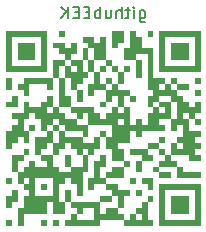
<source format=gbr>
%TF.GenerationSoftware,KiCad,Pcbnew,8.0.4*%
%TF.CreationDate,2024-08-25T10:23:11+02:00*%
%TF.ProjectId,EEK,45454b2e-6b69-4636-9164-5f7063625858,V1.2*%
%TF.SameCoordinates,Original*%
%TF.FileFunction,Legend,Bot*%
%TF.FilePolarity,Positive*%
%FSLAX46Y46*%
G04 Gerber Fmt 4.6, Leading zero omitted, Abs format (unit mm)*
G04 Created by KiCad (PCBNEW 8.0.4) date 2024-08-25 10:23:11*
%MOMM*%
%LPD*%
G01*
G04 APERTURE LIST*
%ADD10C,0.150000*%
%ADD11C,1.524000*%
%ADD12C,1.600000*%
%ADD13O,1.600000X1.600000*%
%ADD14C,3.000000*%
%ADD15R,1.800000X1.800000*%
%ADD16C,1.800000*%
%ADD17R,1.524000X1.524000*%
%ADD18R,1.700000X1.700000*%
%ADD19O,1.700000X1.700000*%
%ADD20R,2.600000X2.600000*%
%ADD21C,2.600000*%
G04 APERTURE END LIST*
D10*
X160399028Y-87421752D02*
X160399028Y-88231276D01*
X160399028Y-88231276D02*
X160446647Y-88326514D01*
X160446647Y-88326514D02*
X160494266Y-88374133D01*
X160494266Y-88374133D02*
X160589504Y-88421752D01*
X160589504Y-88421752D02*
X160732361Y-88421752D01*
X160732361Y-88421752D02*
X160827599Y-88374133D01*
X160399028Y-88040800D02*
X160494266Y-88088419D01*
X160494266Y-88088419D02*
X160684742Y-88088419D01*
X160684742Y-88088419D02*
X160779980Y-88040800D01*
X160779980Y-88040800D02*
X160827599Y-87993180D01*
X160827599Y-87993180D02*
X160875218Y-87897942D01*
X160875218Y-87897942D02*
X160875218Y-87612228D01*
X160875218Y-87612228D02*
X160827599Y-87516990D01*
X160827599Y-87516990D02*
X160779980Y-87469371D01*
X160779980Y-87469371D02*
X160684742Y-87421752D01*
X160684742Y-87421752D02*
X160494266Y-87421752D01*
X160494266Y-87421752D02*
X160399028Y-87469371D01*
X159922837Y-88088419D02*
X159922837Y-87421752D01*
X159922837Y-87088419D02*
X159970456Y-87136038D01*
X159970456Y-87136038D02*
X159922837Y-87183657D01*
X159922837Y-87183657D02*
X159875218Y-87136038D01*
X159875218Y-87136038D02*
X159922837Y-87088419D01*
X159922837Y-87088419D02*
X159922837Y-87183657D01*
X159589504Y-87421752D02*
X159208552Y-87421752D01*
X159446647Y-87088419D02*
X159446647Y-87945561D01*
X159446647Y-87945561D02*
X159399028Y-88040800D01*
X159399028Y-88040800D02*
X159303790Y-88088419D01*
X159303790Y-88088419D02*
X159208552Y-88088419D01*
X158875218Y-88088419D02*
X158875218Y-87088419D01*
X158446647Y-88088419D02*
X158446647Y-87564609D01*
X158446647Y-87564609D02*
X158494266Y-87469371D01*
X158494266Y-87469371D02*
X158589504Y-87421752D01*
X158589504Y-87421752D02*
X158732361Y-87421752D01*
X158732361Y-87421752D02*
X158827599Y-87469371D01*
X158827599Y-87469371D02*
X158875218Y-87516990D01*
X157541885Y-87421752D02*
X157541885Y-88088419D01*
X157970456Y-87421752D02*
X157970456Y-87945561D01*
X157970456Y-87945561D02*
X157922837Y-88040800D01*
X157922837Y-88040800D02*
X157827599Y-88088419D01*
X157827599Y-88088419D02*
X157684742Y-88088419D01*
X157684742Y-88088419D02*
X157589504Y-88040800D01*
X157589504Y-88040800D02*
X157541885Y-87993180D01*
X157065694Y-88088419D02*
X157065694Y-87088419D01*
X157065694Y-87469371D02*
X156970456Y-87421752D01*
X156970456Y-87421752D02*
X156779980Y-87421752D01*
X156779980Y-87421752D02*
X156684742Y-87469371D01*
X156684742Y-87469371D02*
X156637123Y-87516990D01*
X156637123Y-87516990D02*
X156589504Y-87612228D01*
X156589504Y-87612228D02*
X156589504Y-87897942D01*
X156589504Y-87897942D02*
X156637123Y-87993180D01*
X156637123Y-87993180D02*
X156684742Y-88040800D01*
X156684742Y-88040800D02*
X156779980Y-88088419D01*
X156779980Y-88088419D02*
X156970456Y-88088419D01*
X156970456Y-88088419D02*
X157065694Y-88040800D01*
X156160932Y-87564609D02*
X155827599Y-87564609D01*
X155684742Y-88088419D02*
X156160932Y-88088419D01*
X156160932Y-88088419D02*
X156160932Y-87088419D01*
X156160932Y-87088419D02*
X155684742Y-87088419D01*
X155256170Y-87564609D02*
X154922837Y-87564609D01*
X154779980Y-88088419D02*
X155256170Y-88088419D01*
X155256170Y-88088419D02*
X155256170Y-87088419D01*
X155256170Y-87088419D02*
X154779980Y-87088419D01*
X154351408Y-88088419D02*
X154351408Y-87088419D01*
X153779980Y-88088419D02*
X154208551Y-87516990D01*
X153779980Y-87088419D02*
X154351408Y-87659847D01*
%TO.C,QR1*%
G36*
X149077600Y-89633600D02*
G01*
X149577600Y-89633600D01*
X149577600Y-89133600D01*
X149077600Y-89133600D01*
X149077600Y-89633600D01*
G37*
G36*
X149077600Y-90133600D02*
G01*
X149577600Y-90133600D01*
X149577600Y-89633600D01*
X149077600Y-89633600D01*
X149077600Y-90133600D01*
G37*
G36*
X149077600Y-90633600D02*
G01*
X149577600Y-90633600D01*
X149577600Y-90133600D01*
X149077600Y-90133600D01*
X149077600Y-90633600D01*
G37*
G36*
X149077600Y-91133600D02*
G01*
X149577600Y-91133600D01*
X149577600Y-90633600D01*
X149077600Y-90633600D01*
X149077600Y-91133600D01*
G37*
G36*
X149077600Y-91633600D02*
G01*
X149577600Y-91633600D01*
X149577600Y-91133600D01*
X149077600Y-91133600D01*
X149077600Y-91633600D01*
G37*
G36*
X149077600Y-92133600D02*
G01*
X149577600Y-92133600D01*
X149577600Y-91633600D01*
X149077600Y-91633600D01*
X149077600Y-92133600D01*
G37*
G36*
X149077600Y-92633600D02*
G01*
X149577600Y-92633600D01*
X149577600Y-92133600D01*
X149077600Y-92133600D01*
X149077600Y-92633600D01*
G37*
G36*
X149077600Y-93633600D02*
G01*
X149577600Y-93633600D01*
X149577600Y-93133600D01*
X149077600Y-93133600D01*
X149077600Y-93633600D01*
G37*
G36*
X149077600Y-94133600D02*
G01*
X149577600Y-94133600D01*
X149577600Y-93633600D01*
X149077600Y-93633600D01*
X149077600Y-94133600D01*
G37*
G36*
X149077600Y-95633600D02*
G01*
X149577600Y-95633600D01*
X149577600Y-95133600D01*
X149077600Y-95133600D01*
X149077600Y-95633600D01*
G37*
G36*
X149077600Y-98133600D02*
G01*
X149577600Y-98133600D01*
X149577600Y-97633600D01*
X149077600Y-97633600D01*
X149077600Y-98133600D01*
G37*
G36*
X149077600Y-98633600D02*
G01*
X149577600Y-98633600D01*
X149577600Y-98133600D01*
X149077600Y-98133600D01*
X149077600Y-98633600D01*
G37*
G36*
X149077600Y-99133600D02*
G01*
X149577600Y-99133600D01*
X149577600Y-98633600D01*
X149077600Y-98633600D01*
X149077600Y-99133600D01*
G37*
G36*
X149077600Y-102133600D02*
G01*
X149577600Y-102133600D01*
X149577600Y-101633600D01*
X149077600Y-101633600D01*
X149077600Y-102133600D01*
G37*
G36*
X149077600Y-103633600D02*
G01*
X149577600Y-103633600D01*
X149577600Y-103133600D01*
X149077600Y-103133600D01*
X149077600Y-103633600D01*
G37*
G36*
X149077600Y-104133600D02*
G01*
X149577600Y-104133600D01*
X149577600Y-103633600D01*
X149077600Y-103633600D01*
X149077600Y-104133600D01*
G37*
G36*
X149077600Y-105633600D02*
G01*
X149577600Y-105633600D01*
X149577600Y-105133600D01*
X149077600Y-105133600D01*
X149077600Y-105633600D01*
G37*
G36*
X149577600Y-89633600D02*
G01*
X150077600Y-89633600D01*
X150077600Y-89133600D01*
X149577600Y-89133600D01*
X149577600Y-89633600D01*
G37*
G36*
X149577600Y-92633600D02*
G01*
X150077600Y-92633600D01*
X150077600Y-92133600D01*
X149577600Y-92133600D01*
X149577600Y-92633600D01*
G37*
G36*
X149577600Y-95133600D02*
G01*
X150077600Y-95133600D01*
X150077600Y-94633600D01*
X149577600Y-94633600D01*
X149577600Y-95133600D01*
G37*
G36*
X149577600Y-95633600D02*
G01*
X150077600Y-95633600D01*
X150077600Y-95133600D01*
X149577600Y-95133600D01*
X149577600Y-95633600D01*
G37*
G36*
X149577600Y-96633600D02*
G01*
X150077600Y-96633600D01*
X150077600Y-96133600D01*
X149577600Y-96133600D01*
X149577600Y-96633600D01*
G37*
G36*
X149577600Y-97633600D02*
G01*
X150077600Y-97633600D01*
X150077600Y-97133600D01*
X149577600Y-97133600D01*
X149577600Y-97633600D01*
G37*
G36*
X149577600Y-98133600D02*
G01*
X150077600Y-98133600D01*
X150077600Y-97633600D01*
X149577600Y-97633600D01*
X149577600Y-98133600D01*
G37*
G36*
X149577600Y-98633600D02*
G01*
X150077600Y-98633600D01*
X150077600Y-98133600D01*
X149577600Y-98133600D01*
X149577600Y-98633600D01*
G37*
G36*
X149577600Y-100133600D02*
G01*
X150077600Y-100133600D01*
X150077600Y-99633600D01*
X149577600Y-99633600D01*
X149577600Y-100133600D01*
G37*
G36*
X149577600Y-100633600D02*
G01*
X150077600Y-100633600D01*
X150077600Y-100133600D01*
X149577600Y-100133600D01*
X149577600Y-100633600D01*
G37*
G36*
X149577600Y-101133600D02*
G01*
X150077600Y-101133600D01*
X150077600Y-100633600D01*
X149577600Y-100633600D01*
X149577600Y-101133600D01*
G37*
G36*
X149577600Y-103133600D02*
G01*
X150077600Y-103133600D01*
X150077600Y-102633600D01*
X149577600Y-102633600D01*
X149577600Y-103133600D01*
G37*
G36*
X149577600Y-103633600D02*
G01*
X150077600Y-103633600D01*
X150077600Y-103133600D01*
X149577600Y-103133600D01*
X149577600Y-103633600D01*
G37*
G36*
X150077600Y-89633600D02*
G01*
X150577600Y-89633600D01*
X150577600Y-89133600D01*
X150077600Y-89133600D01*
X150077600Y-89633600D01*
G37*
G36*
X150077600Y-90633600D02*
G01*
X150577600Y-90633600D01*
X150577600Y-90133600D01*
X150077600Y-90133600D01*
X150077600Y-90633600D01*
G37*
G36*
X150077600Y-91133600D02*
G01*
X150577600Y-91133600D01*
X150577600Y-90633600D01*
X150077600Y-90633600D01*
X150077600Y-91133600D01*
G37*
G36*
X150077600Y-91633600D02*
G01*
X150577600Y-91633600D01*
X150577600Y-91133600D01*
X150077600Y-91133600D01*
X150077600Y-91633600D01*
G37*
G36*
X150077600Y-92633600D02*
G01*
X150577600Y-92633600D01*
X150577600Y-92133600D01*
X150077600Y-92133600D01*
X150077600Y-92633600D01*
G37*
G36*
X150077600Y-94133600D02*
G01*
X150577600Y-94133600D01*
X150577600Y-93633600D01*
X150077600Y-93633600D01*
X150077600Y-94133600D01*
G37*
G36*
X150077600Y-96633600D02*
G01*
X150577600Y-96633600D01*
X150577600Y-96133600D01*
X150077600Y-96133600D01*
X150077600Y-96633600D01*
G37*
G36*
X150077600Y-97133600D02*
G01*
X150577600Y-97133600D01*
X150577600Y-96633600D01*
X150077600Y-96633600D01*
X150077600Y-97133600D01*
G37*
G36*
X150077600Y-97633600D02*
G01*
X150577600Y-97633600D01*
X150577600Y-97133600D01*
X150077600Y-97133600D01*
X150077600Y-97633600D01*
G37*
G36*
X150077600Y-98133600D02*
G01*
X150577600Y-98133600D01*
X150577600Y-97633600D01*
X150077600Y-97633600D01*
X150077600Y-98133600D01*
G37*
G36*
X150077600Y-100133600D02*
G01*
X150577600Y-100133600D01*
X150577600Y-99633600D01*
X150077600Y-99633600D01*
X150077600Y-100133600D01*
G37*
G36*
X150077600Y-101633600D02*
G01*
X150577600Y-101633600D01*
X150577600Y-101133600D01*
X150077600Y-101133600D01*
X150077600Y-101633600D01*
G37*
G36*
X150077600Y-102133600D02*
G01*
X150577600Y-102133600D01*
X150577600Y-101633600D01*
X150077600Y-101633600D01*
X150077600Y-102133600D01*
G37*
G36*
X150077600Y-104633600D02*
G01*
X150577600Y-104633600D01*
X150577600Y-104133600D01*
X150077600Y-104133600D01*
X150077600Y-104633600D01*
G37*
G36*
X150077600Y-105133600D02*
G01*
X150577600Y-105133600D01*
X150577600Y-104633600D01*
X150077600Y-104633600D01*
X150077600Y-105133600D01*
G37*
G36*
X150077600Y-105633600D02*
G01*
X150577600Y-105633600D01*
X150577600Y-105133600D01*
X150077600Y-105133600D01*
X150077600Y-105633600D01*
G37*
G36*
X150577600Y-89633600D02*
G01*
X151077600Y-89633600D01*
X151077600Y-89133600D01*
X150577600Y-89133600D01*
X150577600Y-89633600D01*
G37*
G36*
X150577600Y-90633600D02*
G01*
X151077600Y-90633600D01*
X151077600Y-90133600D01*
X150577600Y-90133600D01*
X150577600Y-90633600D01*
G37*
G36*
X150577600Y-91133600D02*
G01*
X151077600Y-91133600D01*
X151077600Y-90633600D01*
X150577600Y-90633600D01*
X150577600Y-91133600D01*
G37*
G36*
X150577600Y-91633600D02*
G01*
X151077600Y-91633600D01*
X151077600Y-91133600D01*
X150577600Y-91133600D01*
X150577600Y-91633600D01*
G37*
G36*
X150577600Y-92633600D02*
G01*
X151077600Y-92633600D01*
X151077600Y-92133600D01*
X150577600Y-92133600D01*
X150577600Y-92633600D01*
G37*
G36*
X150577600Y-93633600D02*
G01*
X151077600Y-93633600D01*
X151077600Y-93133600D01*
X150577600Y-93133600D01*
X150577600Y-93633600D01*
G37*
G36*
X150577600Y-94133600D02*
G01*
X151077600Y-94133600D01*
X151077600Y-93633600D01*
X150577600Y-93633600D01*
X150577600Y-94133600D01*
G37*
G36*
X150577600Y-94633600D02*
G01*
X151077600Y-94633600D01*
X151077600Y-94133600D01*
X150577600Y-94133600D01*
X150577600Y-94633600D01*
G37*
G36*
X150577600Y-95633600D02*
G01*
X151077600Y-95633600D01*
X151077600Y-95133600D01*
X150577600Y-95133600D01*
X150577600Y-95633600D01*
G37*
G36*
X150577600Y-96133600D02*
G01*
X151077600Y-96133600D01*
X151077600Y-95633600D01*
X150577600Y-95633600D01*
X150577600Y-96133600D01*
G37*
G36*
X150577600Y-96633600D02*
G01*
X151077600Y-96633600D01*
X151077600Y-96133600D01*
X150577600Y-96133600D01*
X150577600Y-96633600D01*
G37*
G36*
X150577600Y-98133600D02*
G01*
X151077600Y-98133600D01*
X151077600Y-97633600D01*
X150577600Y-97633600D01*
X150577600Y-98133600D01*
G37*
G36*
X150577600Y-98633600D02*
G01*
X151077600Y-98633600D01*
X151077600Y-98133600D01*
X150577600Y-98133600D01*
X150577600Y-98633600D01*
G37*
G36*
X150577600Y-99633600D02*
G01*
X151077600Y-99633600D01*
X151077600Y-99133600D01*
X150577600Y-99133600D01*
X150577600Y-99633600D01*
G37*
G36*
X150577600Y-101133600D02*
G01*
X151077600Y-101133600D01*
X151077600Y-100633600D01*
X150577600Y-100633600D01*
X150577600Y-101133600D01*
G37*
G36*
X150577600Y-101633600D02*
G01*
X151077600Y-101633600D01*
X151077600Y-101133600D01*
X150577600Y-101133600D01*
X150577600Y-101633600D01*
G37*
G36*
X150577600Y-102633600D02*
G01*
X151077600Y-102633600D01*
X151077600Y-102133600D01*
X150577600Y-102133600D01*
X150577600Y-102633600D01*
G37*
G36*
X150577600Y-103633600D02*
G01*
X151077600Y-103633600D01*
X151077600Y-103133600D01*
X150577600Y-103133600D01*
X150577600Y-103633600D01*
G37*
G36*
X150577600Y-104133600D02*
G01*
X151077600Y-104133600D01*
X151077600Y-103633600D01*
X150577600Y-103633600D01*
X150577600Y-104133600D01*
G37*
G36*
X150577600Y-104633600D02*
G01*
X151077600Y-104633600D01*
X151077600Y-104133600D01*
X150577600Y-104133600D01*
X150577600Y-104633600D01*
G37*
G36*
X151077600Y-89633600D02*
G01*
X151577600Y-89633600D01*
X151577600Y-89133600D01*
X151077600Y-89133600D01*
X151077600Y-89633600D01*
G37*
G36*
X151077600Y-90633600D02*
G01*
X151577600Y-90633600D01*
X151577600Y-90133600D01*
X151077600Y-90133600D01*
X151077600Y-90633600D01*
G37*
G36*
X151077600Y-91133600D02*
G01*
X151577600Y-91133600D01*
X151577600Y-90633600D01*
X151077600Y-90633600D01*
X151077600Y-91133600D01*
G37*
G36*
X151077600Y-91633600D02*
G01*
X151577600Y-91633600D01*
X151577600Y-91133600D01*
X151077600Y-91133600D01*
X151077600Y-91633600D01*
G37*
G36*
X151077600Y-92633600D02*
G01*
X151577600Y-92633600D01*
X151577600Y-92133600D01*
X151077600Y-92133600D01*
X151077600Y-92633600D01*
G37*
G36*
X151077600Y-93633600D02*
G01*
X151577600Y-93633600D01*
X151577600Y-93133600D01*
X151077600Y-93133600D01*
X151077600Y-93633600D01*
G37*
G36*
X151077600Y-96133600D02*
G01*
X151577600Y-96133600D01*
X151577600Y-95633600D01*
X151077600Y-95633600D01*
X151077600Y-96133600D01*
G37*
G36*
X151077600Y-97633600D02*
G01*
X151577600Y-97633600D01*
X151577600Y-97133600D01*
X151077600Y-97133600D01*
X151077600Y-97633600D01*
G37*
G36*
X151077600Y-100633600D02*
G01*
X151577600Y-100633600D01*
X151577600Y-100133600D01*
X151077600Y-100133600D01*
X151077600Y-100633600D01*
G37*
G36*
X151077600Y-101133600D02*
G01*
X151577600Y-101133600D01*
X151577600Y-100633600D01*
X151077600Y-100633600D01*
X151077600Y-101133600D01*
G37*
G36*
X151077600Y-101633600D02*
G01*
X151577600Y-101633600D01*
X151577600Y-101133600D01*
X151077600Y-101133600D01*
X151077600Y-101633600D01*
G37*
G36*
X151077600Y-102133600D02*
G01*
X151577600Y-102133600D01*
X151577600Y-101633600D01*
X151077600Y-101633600D01*
X151077600Y-102133600D01*
G37*
G36*
X151077600Y-102633600D02*
G01*
X151577600Y-102633600D01*
X151577600Y-102133600D01*
X151077600Y-102133600D01*
X151077600Y-102633600D01*
G37*
G36*
X151077600Y-103133600D02*
G01*
X151577600Y-103133600D01*
X151577600Y-102633600D01*
X151077600Y-102633600D01*
X151077600Y-103133600D01*
G37*
G36*
X151077600Y-103633600D02*
G01*
X151577600Y-103633600D01*
X151577600Y-103133600D01*
X151077600Y-103133600D01*
X151077600Y-103633600D01*
G37*
G36*
X151077600Y-104133600D02*
G01*
X151577600Y-104133600D01*
X151577600Y-103633600D01*
X151077600Y-103633600D01*
X151077600Y-104133600D01*
G37*
G36*
X151077600Y-104633600D02*
G01*
X151577600Y-104633600D01*
X151577600Y-104133600D01*
X151077600Y-104133600D01*
X151077600Y-104633600D01*
G37*
G36*
X151577600Y-89633600D02*
G01*
X152077600Y-89633600D01*
X152077600Y-89133600D01*
X151577600Y-89133600D01*
X151577600Y-89633600D01*
G37*
G36*
X151577600Y-92633600D02*
G01*
X152077600Y-92633600D01*
X152077600Y-92133600D01*
X151577600Y-92133600D01*
X151577600Y-92633600D01*
G37*
G36*
X151577600Y-93633600D02*
G01*
X152077600Y-93633600D01*
X152077600Y-93133600D01*
X151577600Y-93133600D01*
X151577600Y-93633600D01*
G37*
G36*
X151577600Y-96133600D02*
G01*
X152077600Y-96133600D01*
X152077600Y-95633600D01*
X151577600Y-95633600D01*
X151577600Y-96133600D01*
G37*
G36*
X151577600Y-96633600D02*
G01*
X152077600Y-96633600D01*
X152077600Y-96133600D01*
X151577600Y-96133600D01*
X151577600Y-96633600D01*
G37*
G36*
X151577600Y-98633600D02*
G01*
X152077600Y-98633600D01*
X152077600Y-98133600D01*
X151577600Y-98133600D01*
X151577600Y-98633600D01*
G37*
G36*
X151577600Y-99133600D02*
G01*
X152077600Y-99133600D01*
X152077600Y-98633600D01*
X151577600Y-98633600D01*
X151577600Y-99133600D01*
G37*
G36*
X151577600Y-99633600D02*
G01*
X152077600Y-99633600D01*
X152077600Y-99133600D01*
X151577600Y-99133600D01*
X151577600Y-99633600D01*
G37*
G36*
X151577600Y-101133600D02*
G01*
X152077600Y-101133600D01*
X152077600Y-100633600D01*
X151577600Y-100633600D01*
X151577600Y-101133600D01*
G37*
G36*
X151577600Y-101633600D02*
G01*
X152077600Y-101633600D01*
X152077600Y-101133600D01*
X151577600Y-101133600D01*
X151577600Y-101633600D01*
G37*
G36*
X151577600Y-103633600D02*
G01*
X152077600Y-103633600D01*
X152077600Y-103133600D01*
X151577600Y-103133600D01*
X151577600Y-103633600D01*
G37*
G36*
X151577600Y-104133600D02*
G01*
X152077600Y-104133600D01*
X152077600Y-103633600D01*
X151577600Y-103633600D01*
X151577600Y-104133600D01*
G37*
G36*
X151577600Y-104633600D02*
G01*
X152077600Y-104633600D01*
X152077600Y-104133600D01*
X151577600Y-104133600D01*
X151577600Y-104633600D01*
G37*
G36*
X152077600Y-89633600D02*
G01*
X152577600Y-89633600D01*
X152577600Y-89133600D01*
X152077600Y-89133600D01*
X152077600Y-89633600D01*
G37*
G36*
X152077600Y-90133600D02*
G01*
X152577600Y-90133600D01*
X152577600Y-89633600D01*
X152077600Y-89633600D01*
X152077600Y-90133600D01*
G37*
G36*
X152077600Y-90633600D02*
G01*
X152577600Y-90633600D01*
X152577600Y-90133600D01*
X152077600Y-90133600D01*
X152077600Y-90633600D01*
G37*
G36*
X152077600Y-91133600D02*
G01*
X152577600Y-91133600D01*
X152577600Y-90633600D01*
X152077600Y-90633600D01*
X152077600Y-91133600D01*
G37*
G36*
X152077600Y-91633600D02*
G01*
X152577600Y-91633600D01*
X152577600Y-91133600D01*
X152077600Y-91133600D01*
X152077600Y-91633600D01*
G37*
G36*
X152077600Y-92133600D02*
G01*
X152577600Y-92133600D01*
X152577600Y-91633600D01*
X152077600Y-91633600D01*
X152077600Y-92133600D01*
G37*
G36*
X152077600Y-92633600D02*
G01*
X152577600Y-92633600D01*
X152577600Y-92133600D01*
X152077600Y-92133600D01*
X152077600Y-92633600D01*
G37*
G36*
X152077600Y-93633600D02*
G01*
X152577600Y-93633600D01*
X152577600Y-93133600D01*
X152077600Y-93133600D01*
X152077600Y-93633600D01*
G37*
G36*
X152077600Y-95633600D02*
G01*
X152577600Y-95633600D01*
X152577600Y-95133600D01*
X152077600Y-95133600D01*
X152077600Y-95633600D01*
G37*
G36*
X152077600Y-96133600D02*
G01*
X152577600Y-96133600D01*
X152577600Y-95633600D01*
X152077600Y-95633600D01*
X152077600Y-96133600D01*
G37*
G36*
X152077600Y-96633600D02*
G01*
X152577600Y-96633600D01*
X152577600Y-96133600D01*
X152077600Y-96133600D01*
X152077600Y-96633600D01*
G37*
G36*
X152077600Y-97133600D02*
G01*
X152577600Y-97133600D01*
X152577600Y-96633600D01*
X152077600Y-96633600D01*
X152077600Y-97133600D01*
G37*
G36*
X152077600Y-97633600D02*
G01*
X152577600Y-97633600D01*
X152577600Y-97133600D01*
X152077600Y-97133600D01*
X152077600Y-97633600D01*
G37*
G36*
X152077600Y-98633600D02*
G01*
X152577600Y-98633600D01*
X152577600Y-98133600D01*
X152077600Y-98133600D01*
X152077600Y-98633600D01*
G37*
G36*
X152077600Y-99133600D02*
G01*
X152577600Y-99133600D01*
X152577600Y-98633600D01*
X152077600Y-98633600D01*
X152077600Y-99133600D01*
G37*
G36*
X152077600Y-100133600D02*
G01*
X152577600Y-100133600D01*
X152577600Y-99633600D01*
X152077600Y-99633600D01*
X152077600Y-100133600D01*
G37*
G36*
X152077600Y-101133600D02*
G01*
X152577600Y-101133600D01*
X152577600Y-100633600D01*
X152077600Y-100633600D01*
X152077600Y-101133600D01*
G37*
G36*
X152077600Y-101633600D02*
G01*
X152577600Y-101633600D01*
X152577600Y-101133600D01*
X152077600Y-101133600D01*
X152077600Y-101633600D01*
G37*
G36*
X152077600Y-102633600D02*
G01*
X152577600Y-102633600D01*
X152577600Y-102133600D01*
X152077600Y-102133600D01*
X152077600Y-102633600D01*
G37*
G36*
X152077600Y-103633600D02*
G01*
X152577600Y-103633600D01*
X152577600Y-103133600D01*
X152077600Y-103133600D01*
X152077600Y-103633600D01*
G37*
G36*
X152077600Y-104133600D02*
G01*
X152577600Y-104133600D01*
X152577600Y-103633600D01*
X152077600Y-103633600D01*
X152077600Y-104133600D01*
G37*
G36*
X152077600Y-104633600D02*
G01*
X152577600Y-104633600D01*
X152577600Y-104133600D01*
X152077600Y-104133600D01*
X152077600Y-104633600D01*
G37*
G36*
X152077600Y-105633600D02*
G01*
X152577600Y-105633600D01*
X152577600Y-105133600D01*
X152077600Y-105133600D01*
X152077600Y-105633600D01*
G37*
G36*
X152577600Y-93633600D02*
G01*
X153077600Y-93633600D01*
X153077600Y-93133600D01*
X152577600Y-93133600D01*
X152577600Y-93633600D01*
G37*
G36*
X152577600Y-94133600D02*
G01*
X153077600Y-94133600D01*
X153077600Y-93633600D01*
X152577600Y-93633600D01*
X152577600Y-94133600D01*
G37*
G36*
X152577600Y-95133600D02*
G01*
X153077600Y-95133600D01*
X153077600Y-94633600D01*
X152577600Y-94633600D01*
X152577600Y-95133600D01*
G37*
G36*
X152577600Y-95633600D02*
G01*
X153077600Y-95633600D01*
X153077600Y-95133600D01*
X152577600Y-95133600D01*
X152577600Y-95633600D01*
G37*
G36*
X152577600Y-96633600D02*
G01*
X153077600Y-96633600D01*
X153077600Y-96133600D01*
X152577600Y-96133600D01*
X152577600Y-96633600D01*
G37*
G36*
X152577600Y-97133600D02*
G01*
X153077600Y-97133600D01*
X153077600Y-96633600D01*
X152577600Y-96633600D01*
X152577600Y-97133600D01*
G37*
G36*
X152577600Y-98133600D02*
G01*
X153077600Y-98133600D01*
X153077600Y-97633600D01*
X152577600Y-97633600D01*
X152577600Y-98133600D01*
G37*
G36*
X152577600Y-98633600D02*
G01*
X153077600Y-98633600D01*
X153077600Y-98133600D01*
X152577600Y-98133600D01*
X152577600Y-98633600D01*
G37*
G36*
X152577600Y-100133600D02*
G01*
X153077600Y-100133600D01*
X153077600Y-99633600D01*
X152577600Y-99633600D01*
X152577600Y-100133600D01*
G37*
G36*
X152577600Y-100633600D02*
G01*
X153077600Y-100633600D01*
X153077600Y-100133600D01*
X152577600Y-100133600D01*
X152577600Y-100633600D01*
G37*
G36*
X152577600Y-101133600D02*
G01*
X153077600Y-101133600D01*
X153077600Y-100633600D01*
X152577600Y-100633600D01*
X152577600Y-101133600D01*
G37*
G36*
X152577600Y-101633600D02*
G01*
X153077600Y-101633600D01*
X153077600Y-101133600D01*
X152577600Y-101133600D01*
X152577600Y-101633600D01*
G37*
G36*
X152577600Y-103633600D02*
G01*
X153077600Y-103633600D01*
X153077600Y-103133600D01*
X152577600Y-103133600D01*
X152577600Y-103633600D01*
G37*
G36*
X153077600Y-90633600D02*
G01*
X153577600Y-90633600D01*
X153577600Y-90133600D01*
X153077600Y-90133600D01*
X153077600Y-90633600D01*
G37*
G36*
X153077600Y-92133600D02*
G01*
X153577600Y-92133600D01*
X153577600Y-91633600D01*
X153077600Y-91633600D01*
X153077600Y-92133600D01*
G37*
G36*
X153077600Y-92633600D02*
G01*
X153577600Y-92633600D01*
X153577600Y-92133600D01*
X153077600Y-92133600D01*
X153077600Y-92633600D01*
G37*
G36*
X153077600Y-93133600D02*
G01*
X153577600Y-93133600D01*
X153577600Y-92633600D01*
X153077600Y-92633600D01*
X153077600Y-93133600D01*
G37*
G36*
X153077600Y-96133600D02*
G01*
X153577600Y-96133600D01*
X153577600Y-95633600D01*
X153077600Y-95633600D01*
X153077600Y-96133600D01*
G37*
G36*
X153077600Y-96633600D02*
G01*
X153577600Y-96633600D01*
X153577600Y-96133600D01*
X153077600Y-96133600D01*
X153077600Y-96633600D01*
G37*
G36*
X153077600Y-97633600D02*
G01*
X153577600Y-97633600D01*
X153577600Y-97133600D01*
X153077600Y-97133600D01*
X153077600Y-97633600D01*
G37*
G36*
X153077600Y-99133600D02*
G01*
X153577600Y-99133600D01*
X153577600Y-98633600D01*
X153077600Y-98633600D01*
X153077600Y-99133600D01*
G37*
G36*
X153077600Y-99633600D02*
G01*
X153577600Y-99633600D01*
X153577600Y-99133600D01*
X153077600Y-99133600D01*
X153077600Y-99633600D01*
G37*
G36*
X153077600Y-101133600D02*
G01*
X153577600Y-101133600D01*
X153577600Y-100633600D01*
X153077600Y-100633600D01*
X153077600Y-101133600D01*
G37*
G36*
X153077600Y-101633600D02*
G01*
X153577600Y-101633600D01*
X153577600Y-101133600D01*
X153077600Y-101133600D01*
X153077600Y-101633600D01*
G37*
G36*
X153077600Y-102133600D02*
G01*
X153577600Y-102133600D01*
X153577600Y-101633600D01*
X153077600Y-101633600D01*
X153077600Y-102133600D01*
G37*
G36*
X153077600Y-102633600D02*
G01*
X153577600Y-102633600D01*
X153577600Y-102133600D01*
X153077600Y-102133600D01*
X153077600Y-102633600D01*
G37*
G36*
X153077600Y-103133600D02*
G01*
X153577600Y-103133600D01*
X153577600Y-102633600D01*
X153077600Y-102633600D01*
X153077600Y-103133600D01*
G37*
G36*
X153077600Y-103633600D02*
G01*
X153577600Y-103633600D01*
X153577600Y-103133600D01*
X153077600Y-103133600D01*
X153077600Y-103633600D01*
G37*
G36*
X153077600Y-104133600D02*
G01*
X153577600Y-104133600D01*
X153577600Y-103633600D01*
X153077600Y-103633600D01*
X153077600Y-104133600D01*
G37*
G36*
X153077600Y-104633600D02*
G01*
X153577600Y-104633600D01*
X153577600Y-104133600D01*
X153077600Y-104133600D01*
X153077600Y-104633600D01*
G37*
G36*
X153077600Y-105633600D02*
G01*
X153577600Y-105633600D01*
X153577600Y-105133600D01*
X153077600Y-105133600D01*
X153077600Y-105633600D01*
G37*
G36*
X153577600Y-89633600D02*
G01*
X154077600Y-89633600D01*
X154077600Y-89133600D01*
X153577600Y-89133600D01*
X153577600Y-89633600D01*
G37*
G36*
X153577600Y-90633600D02*
G01*
X154077600Y-90633600D01*
X154077600Y-90133600D01*
X153577600Y-90133600D01*
X153577600Y-90633600D01*
G37*
G36*
X153577600Y-91133600D02*
G01*
X154077600Y-91133600D01*
X154077600Y-90633600D01*
X153577600Y-90633600D01*
X153577600Y-91133600D01*
G37*
G36*
X153577600Y-92133600D02*
G01*
X154077600Y-92133600D01*
X154077600Y-91633600D01*
X153577600Y-91633600D01*
X153577600Y-92133600D01*
G37*
G36*
X153577600Y-93633600D02*
G01*
X154077600Y-93633600D01*
X154077600Y-93133600D01*
X153577600Y-93133600D01*
X153577600Y-93633600D01*
G37*
G36*
X153577600Y-94133600D02*
G01*
X154077600Y-94133600D01*
X154077600Y-93633600D01*
X153577600Y-93633600D01*
X153577600Y-94133600D01*
G37*
G36*
X153577600Y-94633600D02*
G01*
X154077600Y-94633600D01*
X154077600Y-94133600D01*
X153577600Y-94133600D01*
X153577600Y-94633600D01*
G37*
G36*
X153577600Y-95133600D02*
G01*
X154077600Y-95133600D01*
X154077600Y-94633600D01*
X153577600Y-94633600D01*
X153577600Y-95133600D01*
G37*
G36*
X153577600Y-95633600D02*
G01*
X154077600Y-95633600D01*
X154077600Y-95133600D01*
X153577600Y-95133600D01*
X153577600Y-95633600D01*
G37*
G36*
X153577600Y-96633600D02*
G01*
X154077600Y-96633600D01*
X154077600Y-96133600D01*
X153577600Y-96133600D01*
X153577600Y-96633600D01*
G37*
G36*
X153577600Y-97133600D02*
G01*
X154077600Y-97133600D01*
X154077600Y-96633600D01*
X153577600Y-96633600D01*
X153577600Y-97133600D01*
G37*
G36*
X153577600Y-98133600D02*
G01*
X154077600Y-98133600D01*
X154077600Y-97633600D01*
X153577600Y-97633600D01*
X153577600Y-98133600D01*
G37*
G36*
X153577600Y-98633600D02*
G01*
X154077600Y-98633600D01*
X154077600Y-98133600D01*
X153577600Y-98133600D01*
X153577600Y-98633600D01*
G37*
G36*
X153577600Y-99133600D02*
G01*
X154077600Y-99133600D01*
X154077600Y-98633600D01*
X153577600Y-98633600D01*
X153577600Y-99133600D01*
G37*
G36*
X153577600Y-101633600D02*
G01*
X154077600Y-101633600D01*
X154077600Y-101133600D01*
X153577600Y-101133600D01*
X153577600Y-101633600D01*
G37*
G36*
X153577600Y-102133600D02*
G01*
X154077600Y-102133600D01*
X154077600Y-101633600D01*
X153577600Y-101633600D01*
X153577600Y-102133600D01*
G37*
G36*
X153577600Y-104133600D02*
G01*
X154077600Y-104133600D01*
X154077600Y-103633600D01*
X153577600Y-103633600D01*
X153577600Y-104133600D01*
G37*
G36*
X153577600Y-104633600D02*
G01*
X154077600Y-104633600D01*
X154077600Y-104133600D01*
X153577600Y-104133600D01*
X153577600Y-104633600D01*
G37*
G36*
X154077600Y-91133600D02*
G01*
X154577600Y-91133600D01*
X154577600Y-90633600D01*
X154077600Y-90633600D01*
X154077600Y-91133600D01*
G37*
G36*
X154077600Y-91633600D02*
G01*
X154577600Y-91633600D01*
X154577600Y-91133600D01*
X154077600Y-91133600D01*
X154077600Y-91633600D01*
G37*
G36*
X154077600Y-92633600D02*
G01*
X154577600Y-92633600D01*
X154577600Y-92133600D01*
X154077600Y-92133600D01*
X154077600Y-92633600D01*
G37*
G36*
X154077600Y-93133600D02*
G01*
X154577600Y-93133600D01*
X154577600Y-92633600D01*
X154077600Y-92633600D01*
X154077600Y-93133600D01*
G37*
G36*
X154077600Y-95133600D02*
G01*
X154577600Y-95133600D01*
X154577600Y-94633600D01*
X154077600Y-94633600D01*
X154077600Y-95133600D01*
G37*
G36*
X154077600Y-95633600D02*
G01*
X154577600Y-95633600D01*
X154577600Y-95133600D01*
X154077600Y-95133600D01*
X154077600Y-95633600D01*
G37*
G36*
X154077600Y-97133600D02*
G01*
X154577600Y-97133600D01*
X154577600Y-96633600D01*
X154077600Y-96633600D01*
X154077600Y-97133600D01*
G37*
G36*
X154077600Y-97633600D02*
G01*
X154577600Y-97633600D01*
X154577600Y-97133600D01*
X154077600Y-97133600D01*
X154077600Y-97633600D01*
G37*
G36*
X154077600Y-98633600D02*
G01*
X154577600Y-98633600D01*
X154577600Y-98133600D01*
X154077600Y-98133600D01*
X154077600Y-98633600D01*
G37*
G36*
X154077600Y-100133600D02*
G01*
X154577600Y-100133600D01*
X154577600Y-99633600D01*
X154077600Y-99633600D01*
X154077600Y-100133600D01*
G37*
G36*
X154077600Y-100633600D02*
G01*
X154577600Y-100633600D01*
X154577600Y-100133600D01*
X154077600Y-100133600D01*
X154077600Y-100633600D01*
G37*
G36*
X154077600Y-101633600D02*
G01*
X154577600Y-101633600D01*
X154577600Y-101133600D01*
X154077600Y-101133600D01*
X154077600Y-101633600D01*
G37*
G36*
X154077600Y-103133600D02*
G01*
X154577600Y-103133600D01*
X154577600Y-102633600D01*
X154077600Y-102633600D01*
X154077600Y-103133600D01*
G37*
G36*
X154077600Y-103633600D02*
G01*
X154577600Y-103633600D01*
X154577600Y-103133600D01*
X154077600Y-103133600D01*
X154077600Y-103633600D01*
G37*
G36*
X154077600Y-105633600D02*
G01*
X154577600Y-105633600D01*
X154577600Y-105133600D01*
X154077600Y-105133600D01*
X154077600Y-105633600D01*
G37*
G36*
X154577600Y-90633600D02*
G01*
X155077600Y-90633600D01*
X155077600Y-90133600D01*
X154577600Y-90133600D01*
X154577600Y-90633600D01*
G37*
G36*
X154577600Y-91133600D02*
G01*
X155077600Y-91133600D01*
X155077600Y-90633600D01*
X154577600Y-90633600D01*
X154577600Y-91133600D01*
G37*
G36*
X154577600Y-92133600D02*
G01*
X155077600Y-92133600D01*
X155077600Y-91633600D01*
X154577600Y-91633600D01*
X154577600Y-92133600D01*
G37*
G36*
X154577600Y-93133600D02*
G01*
X155077600Y-93133600D01*
X155077600Y-92633600D01*
X154577600Y-92633600D01*
X154577600Y-93133600D01*
G37*
G36*
X154577600Y-93633600D02*
G01*
X155077600Y-93633600D01*
X155077600Y-93133600D01*
X154577600Y-93133600D01*
X154577600Y-93633600D01*
G37*
G36*
X154577600Y-94133600D02*
G01*
X155077600Y-94133600D01*
X155077600Y-93633600D01*
X154577600Y-93633600D01*
X154577600Y-94133600D01*
G37*
G36*
X154577600Y-96133600D02*
G01*
X155077600Y-96133600D01*
X155077600Y-95633600D01*
X154577600Y-95633600D01*
X154577600Y-96133600D01*
G37*
G36*
X154577600Y-97133600D02*
G01*
X155077600Y-97133600D01*
X155077600Y-96633600D01*
X154577600Y-96633600D01*
X154577600Y-97133600D01*
G37*
G36*
X154577600Y-97633600D02*
G01*
X155077600Y-97633600D01*
X155077600Y-97133600D01*
X154577600Y-97133600D01*
X154577600Y-97633600D01*
G37*
G36*
X154577600Y-98633600D02*
G01*
X155077600Y-98633600D01*
X155077600Y-98133600D01*
X154577600Y-98133600D01*
X154577600Y-98633600D01*
G37*
G36*
X154577600Y-99133600D02*
G01*
X155077600Y-99133600D01*
X155077600Y-98633600D01*
X154577600Y-98633600D01*
X154577600Y-99133600D01*
G37*
G36*
X154577600Y-101133600D02*
G01*
X155077600Y-101133600D01*
X155077600Y-100633600D01*
X154577600Y-100633600D01*
X154577600Y-101133600D01*
G37*
G36*
X154577600Y-101633600D02*
G01*
X155077600Y-101633600D01*
X155077600Y-101133600D01*
X154577600Y-101133600D01*
X154577600Y-101633600D01*
G37*
G36*
X154577600Y-102133600D02*
G01*
X155077600Y-102133600D01*
X155077600Y-101633600D01*
X154577600Y-101633600D01*
X154577600Y-102133600D01*
G37*
G36*
X154577600Y-104133600D02*
G01*
X155077600Y-104133600D01*
X155077600Y-103633600D01*
X154577600Y-103633600D01*
X154577600Y-104133600D01*
G37*
G36*
X154577600Y-105133600D02*
G01*
X155077600Y-105133600D01*
X155077600Y-104633600D01*
X154577600Y-104633600D01*
X154577600Y-105133600D01*
G37*
G36*
X154577600Y-105633600D02*
G01*
X155077600Y-105633600D01*
X155077600Y-105133600D01*
X154577600Y-105133600D01*
X154577600Y-105633600D01*
G37*
G36*
X155077600Y-92133600D02*
G01*
X155577600Y-92133600D01*
X155577600Y-91633600D01*
X155077600Y-91633600D01*
X155077600Y-92133600D01*
G37*
G36*
X155077600Y-92633600D02*
G01*
X155577600Y-92633600D01*
X155577600Y-92133600D01*
X155077600Y-92133600D01*
X155077600Y-92633600D01*
G37*
G36*
X155077600Y-93133600D02*
G01*
X155577600Y-93133600D01*
X155577600Y-92633600D01*
X155077600Y-92633600D01*
X155077600Y-93133600D01*
G37*
G36*
X155077600Y-93633600D02*
G01*
X155577600Y-93633600D01*
X155577600Y-93133600D01*
X155077600Y-93133600D01*
X155077600Y-93633600D01*
G37*
G36*
X155077600Y-94633600D02*
G01*
X155577600Y-94633600D01*
X155577600Y-94133600D01*
X155077600Y-94133600D01*
X155077600Y-94633600D01*
G37*
G36*
X155077600Y-95133600D02*
G01*
X155577600Y-95133600D01*
X155577600Y-94633600D01*
X155077600Y-94633600D01*
X155077600Y-95133600D01*
G37*
G36*
X155077600Y-96133600D02*
G01*
X155577600Y-96133600D01*
X155577600Y-95633600D01*
X155077600Y-95633600D01*
X155077600Y-96133600D01*
G37*
G36*
X155077600Y-96633600D02*
G01*
X155577600Y-96633600D01*
X155577600Y-96133600D01*
X155077600Y-96133600D01*
X155077600Y-96633600D01*
G37*
G36*
X155077600Y-97633600D02*
G01*
X155577600Y-97633600D01*
X155577600Y-97133600D01*
X155077600Y-97133600D01*
X155077600Y-97633600D01*
G37*
G36*
X155077600Y-98633600D02*
G01*
X155577600Y-98633600D01*
X155577600Y-98133600D01*
X155077600Y-98133600D01*
X155077600Y-98633600D01*
G37*
G36*
X155077600Y-99133600D02*
G01*
X155577600Y-99133600D01*
X155577600Y-98633600D01*
X155077600Y-98633600D01*
X155077600Y-99133600D01*
G37*
G36*
X155077600Y-99633600D02*
G01*
X155577600Y-99633600D01*
X155577600Y-99133600D01*
X155077600Y-99133600D01*
X155077600Y-99633600D01*
G37*
G36*
X155077600Y-101133600D02*
G01*
X155577600Y-101133600D01*
X155577600Y-100633600D01*
X155077600Y-100633600D01*
X155077600Y-101133600D01*
G37*
G36*
X155077600Y-101633600D02*
G01*
X155577600Y-101633600D01*
X155577600Y-101133600D01*
X155077600Y-101133600D01*
X155077600Y-101633600D01*
G37*
G36*
X155077600Y-102133600D02*
G01*
X155577600Y-102133600D01*
X155577600Y-101633600D01*
X155077600Y-101633600D01*
X155077600Y-102133600D01*
G37*
G36*
X155077600Y-102633600D02*
G01*
X155577600Y-102633600D01*
X155577600Y-102133600D01*
X155077600Y-102133600D01*
X155077600Y-102633600D01*
G37*
G36*
X155077600Y-103133600D02*
G01*
X155577600Y-103133600D01*
X155577600Y-102633600D01*
X155077600Y-102633600D01*
X155077600Y-103133600D01*
G37*
G36*
X155077600Y-104133600D02*
G01*
X155577600Y-104133600D01*
X155577600Y-103633600D01*
X155077600Y-103633600D01*
X155077600Y-104133600D01*
G37*
G36*
X155077600Y-104633600D02*
G01*
X155577600Y-104633600D01*
X155577600Y-104133600D01*
X155077600Y-104133600D01*
X155077600Y-104633600D01*
G37*
G36*
X155077600Y-105633600D02*
G01*
X155577600Y-105633600D01*
X155577600Y-105133600D01*
X155077600Y-105133600D01*
X155077600Y-105633600D01*
G37*
G36*
X155577600Y-90133600D02*
G01*
X156077600Y-90133600D01*
X156077600Y-89633600D01*
X155577600Y-89633600D01*
X155577600Y-90133600D01*
G37*
G36*
X155577600Y-91133600D02*
G01*
X156077600Y-91133600D01*
X156077600Y-90633600D01*
X155577600Y-90633600D01*
X155577600Y-91133600D01*
G37*
G36*
X155577600Y-91633600D02*
G01*
X156077600Y-91633600D01*
X156077600Y-91133600D01*
X155577600Y-91133600D01*
X155577600Y-91633600D01*
G37*
G36*
X155577600Y-93133600D02*
G01*
X156077600Y-93133600D01*
X156077600Y-92633600D01*
X155577600Y-92633600D01*
X155577600Y-93133600D01*
G37*
G36*
X155577600Y-96133600D02*
G01*
X156077600Y-96133600D01*
X156077600Y-95633600D01*
X155577600Y-95633600D01*
X155577600Y-96133600D01*
G37*
G36*
X155577600Y-97633600D02*
G01*
X156077600Y-97633600D01*
X156077600Y-97133600D01*
X155577600Y-97133600D01*
X155577600Y-97633600D01*
G37*
G36*
X155577600Y-98133600D02*
G01*
X156077600Y-98133600D01*
X156077600Y-97633600D01*
X155577600Y-97633600D01*
X155577600Y-98133600D01*
G37*
G36*
X155577600Y-99133600D02*
G01*
X156077600Y-99133600D01*
X156077600Y-98633600D01*
X155577600Y-98633600D01*
X155577600Y-99133600D01*
G37*
G36*
X155577600Y-100133600D02*
G01*
X156077600Y-100133600D01*
X156077600Y-99633600D01*
X155577600Y-99633600D01*
X155577600Y-100133600D01*
G37*
G36*
X155577600Y-100633600D02*
G01*
X156077600Y-100633600D01*
X156077600Y-100133600D01*
X155577600Y-100133600D01*
X155577600Y-100633600D01*
G37*
G36*
X155577600Y-101133600D02*
G01*
X156077600Y-101133600D01*
X156077600Y-100633600D01*
X155577600Y-100633600D01*
X155577600Y-101133600D01*
G37*
G36*
X155577600Y-104133600D02*
G01*
X156077600Y-104133600D01*
X156077600Y-103633600D01*
X155577600Y-103633600D01*
X155577600Y-104133600D01*
G37*
G36*
X155577600Y-105633600D02*
G01*
X156077600Y-105633600D01*
X156077600Y-105133600D01*
X155577600Y-105133600D01*
X155577600Y-105633600D01*
G37*
G36*
X156077600Y-90133600D02*
G01*
X156577600Y-90133600D01*
X156577600Y-89633600D01*
X156077600Y-89633600D01*
X156077600Y-90133600D01*
G37*
G36*
X156077600Y-90633600D02*
G01*
X156577600Y-90633600D01*
X156577600Y-90133600D01*
X156077600Y-90133600D01*
X156077600Y-90633600D01*
G37*
G36*
X156077600Y-92133600D02*
G01*
X156577600Y-92133600D01*
X156577600Y-91633600D01*
X156077600Y-91633600D01*
X156077600Y-92133600D01*
G37*
G36*
X156077600Y-92633600D02*
G01*
X156577600Y-92633600D01*
X156577600Y-92133600D01*
X156077600Y-92133600D01*
X156077600Y-92633600D01*
G37*
G36*
X156077600Y-94133600D02*
G01*
X156577600Y-94133600D01*
X156577600Y-93633600D01*
X156077600Y-93633600D01*
X156077600Y-94133600D01*
G37*
G36*
X156077600Y-94633600D02*
G01*
X156577600Y-94633600D01*
X156577600Y-94133600D01*
X156077600Y-94133600D01*
X156077600Y-94633600D01*
G37*
G36*
X156077600Y-96133600D02*
G01*
X156577600Y-96133600D01*
X156577600Y-95633600D01*
X156077600Y-95633600D01*
X156077600Y-96133600D01*
G37*
G36*
X156077600Y-96633600D02*
G01*
X156577600Y-96633600D01*
X156577600Y-96133600D01*
X156077600Y-96133600D01*
X156077600Y-96633600D01*
G37*
G36*
X156077600Y-97133600D02*
G01*
X156577600Y-97133600D01*
X156577600Y-96633600D01*
X156077600Y-96633600D01*
X156077600Y-97133600D01*
G37*
G36*
X156077600Y-99133600D02*
G01*
X156577600Y-99133600D01*
X156577600Y-98633600D01*
X156077600Y-98633600D01*
X156077600Y-99133600D01*
G37*
G36*
X156077600Y-99633600D02*
G01*
X156577600Y-99633600D01*
X156577600Y-99133600D01*
X156077600Y-99133600D01*
X156077600Y-99633600D01*
G37*
G36*
X156077600Y-102133600D02*
G01*
X156577600Y-102133600D01*
X156577600Y-101633600D01*
X156077600Y-101633600D01*
X156077600Y-102133600D01*
G37*
G36*
X156077600Y-102633600D02*
G01*
X156577600Y-102633600D01*
X156577600Y-102133600D01*
X156077600Y-102133600D01*
X156077600Y-102633600D01*
G37*
G36*
X156077600Y-104133600D02*
G01*
X156577600Y-104133600D01*
X156577600Y-103633600D01*
X156077600Y-103633600D01*
X156077600Y-104133600D01*
G37*
G36*
X156077600Y-105633600D02*
G01*
X156577600Y-105633600D01*
X156577600Y-105133600D01*
X156077600Y-105133600D01*
X156077600Y-105633600D01*
G37*
G36*
X156577600Y-90633600D02*
G01*
X157077600Y-90633600D01*
X157077600Y-90133600D01*
X156577600Y-90133600D01*
X156577600Y-90633600D01*
G37*
G36*
X156577600Y-91133600D02*
G01*
X157077600Y-91133600D01*
X157077600Y-90633600D01*
X156577600Y-90633600D01*
X156577600Y-91133600D01*
G37*
G36*
X156577600Y-91633600D02*
G01*
X157077600Y-91633600D01*
X157077600Y-91133600D01*
X156577600Y-91133600D01*
X156577600Y-91633600D01*
G37*
G36*
X156577600Y-93133600D02*
G01*
X157077600Y-93133600D01*
X157077600Y-92633600D01*
X156577600Y-92633600D01*
X156577600Y-93133600D01*
G37*
G36*
X156577600Y-93633600D02*
G01*
X157077600Y-93633600D01*
X157077600Y-93133600D01*
X156577600Y-93133600D01*
X156577600Y-93633600D01*
G37*
G36*
X156577600Y-94133600D02*
G01*
X157077600Y-94133600D01*
X157077600Y-93633600D01*
X156577600Y-93633600D01*
X156577600Y-94133600D01*
G37*
G36*
X156577600Y-96633600D02*
G01*
X157077600Y-96633600D01*
X157077600Y-96133600D01*
X156577600Y-96133600D01*
X156577600Y-96633600D01*
G37*
G36*
X156577600Y-97133600D02*
G01*
X157077600Y-97133600D01*
X157077600Y-96633600D01*
X156577600Y-96633600D01*
X156577600Y-97133600D01*
G37*
G36*
X156577600Y-98633600D02*
G01*
X157077600Y-98633600D01*
X157077600Y-98133600D01*
X156577600Y-98133600D01*
X156577600Y-98633600D01*
G37*
G36*
X156577600Y-99133600D02*
G01*
X157077600Y-99133600D01*
X157077600Y-98633600D01*
X156577600Y-98633600D01*
X156577600Y-99133600D01*
G37*
G36*
X156577600Y-100633600D02*
G01*
X157077600Y-100633600D01*
X157077600Y-100133600D01*
X156577600Y-100133600D01*
X156577600Y-100633600D01*
G37*
G36*
X156577600Y-101133600D02*
G01*
X157077600Y-101133600D01*
X157077600Y-100633600D01*
X156577600Y-100633600D01*
X156577600Y-101133600D01*
G37*
G36*
X156577600Y-101633600D02*
G01*
X157077600Y-101633600D01*
X157077600Y-101133600D01*
X156577600Y-101133600D01*
X156577600Y-101633600D01*
G37*
G36*
X156577600Y-102133600D02*
G01*
X157077600Y-102133600D01*
X157077600Y-101633600D01*
X156577600Y-101633600D01*
X156577600Y-102133600D01*
G37*
G36*
X156577600Y-104133600D02*
G01*
X157077600Y-104133600D01*
X157077600Y-103633600D01*
X156577600Y-103633600D01*
X156577600Y-104133600D01*
G37*
G36*
X156577600Y-104633600D02*
G01*
X157077600Y-104633600D01*
X157077600Y-104133600D01*
X156577600Y-104133600D01*
X156577600Y-104633600D01*
G37*
G36*
X156577600Y-105133600D02*
G01*
X157077600Y-105133600D01*
X157077600Y-104633600D01*
X156577600Y-104633600D01*
X156577600Y-105133600D01*
G37*
G36*
X156577600Y-105633600D02*
G01*
X157077600Y-105633600D01*
X157077600Y-105133600D01*
X156577600Y-105133600D01*
X156577600Y-105633600D01*
G37*
G36*
X157077600Y-90133600D02*
G01*
X157577600Y-90133600D01*
X157577600Y-89633600D01*
X157077600Y-89633600D01*
X157077600Y-90133600D01*
G37*
G36*
X157077600Y-90633600D02*
G01*
X157577600Y-90633600D01*
X157577600Y-90133600D01*
X157077600Y-90133600D01*
X157077600Y-90633600D01*
G37*
G36*
X157077600Y-91133600D02*
G01*
X157577600Y-91133600D01*
X157577600Y-90633600D01*
X157077600Y-90633600D01*
X157077600Y-91133600D01*
G37*
G36*
X157077600Y-91633600D02*
G01*
X157577600Y-91633600D01*
X157577600Y-91133600D01*
X157077600Y-91133600D01*
X157077600Y-91633600D01*
G37*
G36*
X157077600Y-92633600D02*
G01*
X157577600Y-92633600D01*
X157577600Y-92133600D01*
X157077600Y-92133600D01*
X157077600Y-92633600D01*
G37*
G36*
X157077600Y-94133600D02*
G01*
X157577600Y-94133600D01*
X157577600Y-93633600D01*
X157077600Y-93633600D01*
X157077600Y-94133600D01*
G37*
G36*
X157077600Y-95633600D02*
G01*
X157577600Y-95633600D01*
X157577600Y-95133600D01*
X157077600Y-95133600D01*
X157077600Y-95633600D01*
G37*
G36*
X157077600Y-97133600D02*
G01*
X157577600Y-97133600D01*
X157577600Y-96633600D01*
X157077600Y-96633600D01*
X157077600Y-97133600D01*
G37*
G36*
X157077600Y-98133600D02*
G01*
X157577600Y-98133600D01*
X157577600Y-97633600D01*
X157077600Y-97633600D01*
X157077600Y-98133600D01*
G37*
G36*
X157077600Y-100133600D02*
G01*
X157577600Y-100133600D01*
X157577600Y-99633600D01*
X157077600Y-99633600D01*
X157077600Y-100133600D01*
G37*
G36*
X157077600Y-100633600D02*
G01*
X157577600Y-100633600D01*
X157577600Y-100133600D01*
X157077600Y-100133600D01*
X157077600Y-100633600D01*
G37*
G36*
X157077600Y-102133600D02*
G01*
X157577600Y-102133600D01*
X157577600Y-101633600D01*
X157077600Y-101633600D01*
X157077600Y-102133600D01*
G37*
G36*
X157077600Y-103633600D02*
G01*
X157577600Y-103633600D01*
X157577600Y-103133600D01*
X157077600Y-103133600D01*
X157077600Y-103633600D01*
G37*
G36*
X157077600Y-105133600D02*
G01*
X157577600Y-105133600D01*
X157577600Y-104633600D01*
X157077600Y-104633600D01*
X157077600Y-105133600D01*
G37*
G36*
X157577600Y-92133600D02*
G01*
X158077600Y-92133600D01*
X158077600Y-91633600D01*
X157577600Y-91633600D01*
X157577600Y-92133600D01*
G37*
G36*
X157577600Y-93633600D02*
G01*
X158077600Y-93633600D01*
X158077600Y-93133600D01*
X157577600Y-93133600D01*
X157577600Y-93633600D01*
G37*
G36*
X157577600Y-94633600D02*
G01*
X158077600Y-94633600D01*
X158077600Y-94133600D01*
X157577600Y-94133600D01*
X157577600Y-94633600D01*
G37*
G36*
X157577600Y-95133600D02*
G01*
X158077600Y-95133600D01*
X158077600Y-94633600D01*
X157577600Y-94633600D01*
X157577600Y-95133600D01*
G37*
G36*
X157577600Y-96633600D02*
G01*
X158077600Y-96633600D01*
X158077600Y-96133600D01*
X157577600Y-96133600D01*
X157577600Y-96633600D01*
G37*
G36*
X157577600Y-97133600D02*
G01*
X158077600Y-97133600D01*
X158077600Y-96633600D01*
X157577600Y-96633600D01*
X157577600Y-97133600D01*
G37*
G36*
X157577600Y-98633600D02*
G01*
X158077600Y-98633600D01*
X158077600Y-98133600D01*
X157577600Y-98133600D01*
X157577600Y-98633600D01*
G37*
G36*
X157577600Y-99133600D02*
G01*
X158077600Y-99133600D01*
X158077600Y-98633600D01*
X157577600Y-98633600D01*
X157577600Y-99133600D01*
G37*
G36*
X157577600Y-101633600D02*
G01*
X158077600Y-101633600D01*
X158077600Y-101133600D01*
X157577600Y-101133600D01*
X157577600Y-101633600D01*
G37*
G36*
X157577600Y-102633600D02*
G01*
X158077600Y-102633600D01*
X158077600Y-102133600D01*
X157577600Y-102133600D01*
X157577600Y-102633600D01*
G37*
G36*
X157577600Y-103633600D02*
G01*
X158077600Y-103633600D01*
X158077600Y-103133600D01*
X157577600Y-103133600D01*
X157577600Y-103633600D01*
G37*
G36*
X157577600Y-104633600D02*
G01*
X158077600Y-104633600D01*
X158077600Y-104133600D01*
X157577600Y-104133600D01*
X157577600Y-104633600D01*
G37*
G36*
X157577600Y-105133600D02*
G01*
X158077600Y-105133600D01*
X158077600Y-104633600D01*
X157577600Y-104633600D01*
X157577600Y-105133600D01*
G37*
G36*
X158077600Y-89633600D02*
G01*
X158577600Y-89633600D01*
X158577600Y-89133600D01*
X158077600Y-89133600D01*
X158077600Y-89633600D01*
G37*
G36*
X158077600Y-90133600D02*
G01*
X158577600Y-90133600D01*
X158577600Y-89633600D01*
X158077600Y-89633600D01*
X158077600Y-90133600D01*
G37*
G36*
X158077600Y-90633600D02*
G01*
X158577600Y-90633600D01*
X158577600Y-90133600D01*
X158077600Y-90133600D01*
X158077600Y-90633600D01*
G37*
G36*
X158077600Y-92633600D02*
G01*
X158577600Y-92633600D01*
X158577600Y-92133600D01*
X158077600Y-92133600D01*
X158077600Y-92633600D01*
G37*
G36*
X158077600Y-94133600D02*
G01*
X158577600Y-94133600D01*
X158577600Y-93633600D01*
X158077600Y-93633600D01*
X158077600Y-94133600D01*
G37*
G36*
X158077600Y-94633600D02*
G01*
X158577600Y-94633600D01*
X158577600Y-94133600D01*
X158077600Y-94133600D01*
X158077600Y-94633600D01*
G37*
G36*
X158077600Y-96133600D02*
G01*
X158577600Y-96133600D01*
X158577600Y-95633600D01*
X158077600Y-95633600D01*
X158077600Y-96133600D01*
G37*
G36*
X158077600Y-96633600D02*
G01*
X158577600Y-96633600D01*
X158577600Y-96133600D01*
X158077600Y-96133600D01*
X158077600Y-96633600D01*
G37*
G36*
X158077600Y-97133600D02*
G01*
X158577600Y-97133600D01*
X158577600Y-96633600D01*
X158077600Y-96633600D01*
X158077600Y-97133600D01*
G37*
G36*
X158077600Y-97633600D02*
G01*
X158577600Y-97633600D01*
X158577600Y-97133600D01*
X158077600Y-97133600D01*
X158077600Y-97633600D01*
G37*
G36*
X158077600Y-98133600D02*
G01*
X158577600Y-98133600D01*
X158577600Y-97633600D01*
X158077600Y-97633600D01*
X158077600Y-98133600D01*
G37*
G36*
X158077600Y-98633600D02*
G01*
X158577600Y-98633600D01*
X158577600Y-98133600D01*
X158077600Y-98133600D01*
X158077600Y-98633600D01*
G37*
G36*
X158077600Y-99133600D02*
G01*
X158577600Y-99133600D01*
X158577600Y-98633600D01*
X158077600Y-98633600D01*
X158077600Y-99133600D01*
G37*
G36*
X158077600Y-99633600D02*
G01*
X158577600Y-99633600D01*
X158577600Y-99133600D01*
X158077600Y-99133600D01*
X158077600Y-99633600D01*
G37*
G36*
X158077600Y-100133600D02*
G01*
X158577600Y-100133600D01*
X158577600Y-99633600D01*
X158077600Y-99633600D01*
X158077600Y-100133600D01*
G37*
G36*
X158077600Y-101133600D02*
G01*
X158577600Y-101133600D01*
X158577600Y-100633600D01*
X158077600Y-100633600D01*
X158077600Y-101133600D01*
G37*
G36*
X158077600Y-101633600D02*
G01*
X158577600Y-101633600D01*
X158577600Y-101133600D01*
X158077600Y-101133600D01*
X158077600Y-101633600D01*
G37*
G36*
X158077600Y-102633600D02*
G01*
X158577600Y-102633600D01*
X158577600Y-102133600D01*
X158077600Y-102133600D01*
X158077600Y-102633600D01*
G37*
G36*
X158077600Y-103133600D02*
G01*
X158577600Y-103133600D01*
X158577600Y-102633600D01*
X158077600Y-102633600D01*
X158077600Y-103133600D01*
G37*
G36*
X158077600Y-104633600D02*
G01*
X158577600Y-104633600D01*
X158577600Y-104133600D01*
X158077600Y-104133600D01*
X158077600Y-104633600D01*
G37*
G36*
X158077600Y-105133600D02*
G01*
X158577600Y-105133600D01*
X158577600Y-104633600D01*
X158077600Y-104633600D01*
X158077600Y-105133600D01*
G37*
G36*
X158577600Y-89633600D02*
G01*
X159077600Y-89633600D01*
X159077600Y-89133600D01*
X158577600Y-89133600D01*
X158577600Y-89633600D01*
G37*
G36*
X158577600Y-90133600D02*
G01*
X159077600Y-90133600D01*
X159077600Y-89633600D01*
X158577600Y-89633600D01*
X158577600Y-90133600D01*
G37*
G36*
X158577600Y-93133600D02*
G01*
X159077600Y-93133600D01*
X159077600Y-92633600D01*
X158577600Y-92633600D01*
X158577600Y-93133600D01*
G37*
G36*
X158577600Y-93633600D02*
G01*
X159077600Y-93633600D01*
X159077600Y-93133600D01*
X158577600Y-93133600D01*
X158577600Y-93633600D01*
G37*
G36*
X158577600Y-94633600D02*
G01*
X159077600Y-94633600D01*
X159077600Y-94133600D01*
X158577600Y-94133600D01*
X158577600Y-94633600D01*
G37*
G36*
X158577600Y-95133600D02*
G01*
X159077600Y-95133600D01*
X159077600Y-94633600D01*
X158577600Y-94633600D01*
X158577600Y-95133600D01*
G37*
G36*
X158577600Y-95633600D02*
G01*
X159077600Y-95633600D01*
X159077600Y-95133600D01*
X158577600Y-95133600D01*
X158577600Y-95633600D01*
G37*
G36*
X158577600Y-96633600D02*
G01*
X159077600Y-96633600D01*
X159077600Y-96133600D01*
X158577600Y-96133600D01*
X158577600Y-96633600D01*
G37*
G36*
X158577600Y-97633600D02*
G01*
X159077600Y-97633600D01*
X159077600Y-97133600D01*
X158577600Y-97133600D01*
X158577600Y-97633600D01*
G37*
G36*
X158577600Y-98133600D02*
G01*
X159077600Y-98133600D01*
X159077600Y-97633600D01*
X158577600Y-97633600D01*
X158577600Y-98133600D01*
G37*
G36*
X158577600Y-98633600D02*
G01*
X159077600Y-98633600D01*
X159077600Y-98133600D01*
X158577600Y-98133600D01*
X158577600Y-98633600D01*
G37*
G36*
X158577600Y-99633600D02*
G01*
X159077600Y-99633600D01*
X159077600Y-99133600D01*
X158577600Y-99133600D01*
X158577600Y-99633600D01*
G37*
G36*
X158577600Y-100133600D02*
G01*
X159077600Y-100133600D01*
X159077600Y-99633600D01*
X158577600Y-99633600D01*
X158577600Y-100133600D01*
G37*
G36*
X158577600Y-101133600D02*
G01*
X159077600Y-101133600D01*
X159077600Y-100633600D01*
X158577600Y-100633600D01*
X158577600Y-101133600D01*
G37*
G36*
X158577600Y-101633600D02*
G01*
X159077600Y-101633600D01*
X159077600Y-101133600D01*
X158577600Y-101133600D01*
X158577600Y-101633600D01*
G37*
G36*
X158577600Y-103133600D02*
G01*
X159077600Y-103133600D01*
X159077600Y-102633600D01*
X158577600Y-102633600D01*
X158577600Y-103133600D01*
G37*
G36*
X158577600Y-103633600D02*
G01*
X159077600Y-103633600D01*
X159077600Y-103133600D01*
X158577600Y-103133600D01*
X158577600Y-103633600D01*
G37*
G36*
X158577600Y-104133600D02*
G01*
X159077600Y-104133600D01*
X159077600Y-103633600D01*
X158577600Y-103633600D01*
X158577600Y-104133600D01*
G37*
G36*
X158577600Y-105133600D02*
G01*
X159077600Y-105133600D01*
X159077600Y-104633600D01*
X158577600Y-104633600D01*
X158577600Y-105133600D01*
G37*
G36*
X159077600Y-91133600D02*
G01*
X159577600Y-91133600D01*
X159577600Y-90633600D01*
X159077600Y-90633600D01*
X159077600Y-91133600D01*
G37*
G36*
X159077600Y-91633600D02*
G01*
X159577600Y-91633600D01*
X159577600Y-91133600D01*
X159077600Y-91133600D01*
X159077600Y-91633600D01*
G37*
G36*
X159077600Y-92633600D02*
G01*
X159577600Y-92633600D01*
X159577600Y-92133600D01*
X159077600Y-92133600D01*
X159077600Y-92633600D01*
G37*
G36*
X159077600Y-94633600D02*
G01*
X159577600Y-94633600D01*
X159577600Y-94133600D01*
X159077600Y-94133600D01*
X159077600Y-94633600D01*
G37*
G36*
X159077600Y-96133600D02*
G01*
X159577600Y-96133600D01*
X159577600Y-95633600D01*
X159077600Y-95633600D01*
X159077600Y-96133600D01*
G37*
G36*
X159077600Y-96633600D02*
G01*
X159577600Y-96633600D01*
X159577600Y-96133600D01*
X159077600Y-96133600D01*
X159077600Y-96633600D01*
G37*
G36*
X159077600Y-97133600D02*
G01*
X159577600Y-97133600D01*
X159577600Y-96633600D01*
X159077600Y-96633600D01*
X159077600Y-97133600D01*
G37*
G36*
X159077600Y-97633600D02*
G01*
X159577600Y-97633600D01*
X159577600Y-97133600D01*
X159077600Y-97133600D01*
X159077600Y-97633600D01*
G37*
G36*
X159077600Y-98133600D02*
G01*
X159577600Y-98133600D01*
X159577600Y-97633600D01*
X159077600Y-97633600D01*
X159077600Y-98133600D01*
G37*
G36*
X159077600Y-98633600D02*
G01*
X159577600Y-98633600D01*
X159577600Y-98133600D01*
X159077600Y-98133600D01*
X159077600Y-98633600D01*
G37*
G36*
X159077600Y-100633600D02*
G01*
X159577600Y-100633600D01*
X159577600Y-100133600D01*
X159077600Y-100133600D01*
X159077600Y-100633600D01*
G37*
G36*
X159077600Y-103133600D02*
G01*
X159577600Y-103133600D01*
X159577600Y-102633600D01*
X159077600Y-102633600D01*
X159077600Y-103133600D01*
G37*
G36*
X159077600Y-105633600D02*
G01*
X159577600Y-105633600D01*
X159577600Y-105133600D01*
X159077600Y-105133600D01*
X159077600Y-105633600D01*
G37*
G36*
X159577600Y-89633600D02*
G01*
X160077600Y-89633600D01*
X160077600Y-89133600D01*
X159577600Y-89133600D01*
X159577600Y-89633600D01*
G37*
G36*
X159577600Y-90133600D02*
G01*
X160077600Y-90133600D01*
X160077600Y-89633600D01*
X159577600Y-89633600D01*
X159577600Y-90133600D01*
G37*
G36*
X159577600Y-90633600D02*
G01*
X160077600Y-90633600D01*
X160077600Y-90133600D01*
X159577600Y-90133600D01*
X159577600Y-90633600D01*
G37*
G36*
X159577600Y-91133600D02*
G01*
X160077600Y-91133600D01*
X160077600Y-90633600D01*
X159577600Y-90633600D01*
X159577600Y-91133600D01*
G37*
G36*
X159577600Y-91633600D02*
G01*
X160077600Y-91633600D01*
X160077600Y-91133600D01*
X159577600Y-91133600D01*
X159577600Y-91633600D01*
G37*
G36*
X159577600Y-95133600D02*
G01*
X160077600Y-95133600D01*
X160077600Y-94633600D01*
X159577600Y-94633600D01*
X159577600Y-95133600D01*
G37*
G36*
X159577600Y-97633600D02*
G01*
X160077600Y-97633600D01*
X160077600Y-97133600D01*
X159577600Y-97133600D01*
X159577600Y-97633600D01*
G37*
G36*
X159577600Y-99633600D02*
G01*
X160077600Y-99633600D01*
X160077600Y-99133600D01*
X159577600Y-99133600D01*
X159577600Y-99633600D01*
G37*
G36*
X159577600Y-102133600D02*
G01*
X160077600Y-102133600D01*
X160077600Y-101633600D01*
X159577600Y-101633600D01*
X159577600Y-102133600D01*
G37*
G36*
X159577600Y-105133600D02*
G01*
X160077600Y-105133600D01*
X160077600Y-104633600D01*
X159577600Y-104633600D01*
X159577600Y-105133600D01*
G37*
G36*
X159577600Y-105633600D02*
G01*
X160077600Y-105633600D01*
X160077600Y-105133600D01*
X159577600Y-105133600D01*
X159577600Y-105633600D01*
G37*
G36*
X160077600Y-90133600D02*
G01*
X160577600Y-90133600D01*
X160577600Y-89633600D01*
X160077600Y-89633600D01*
X160077600Y-90133600D01*
G37*
G36*
X160077600Y-90633600D02*
G01*
X160577600Y-90633600D01*
X160577600Y-90133600D01*
X160077600Y-90133600D01*
X160077600Y-90633600D01*
G37*
G36*
X160077600Y-91133600D02*
G01*
X160577600Y-91133600D01*
X160577600Y-90633600D01*
X160077600Y-90633600D01*
X160077600Y-91133600D01*
G37*
G36*
X160077600Y-92133600D02*
G01*
X160577600Y-92133600D01*
X160577600Y-91633600D01*
X160077600Y-91633600D01*
X160077600Y-92133600D01*
G37*
G36*
X160077600Y-92633600D02*
G01*
X160577600Y-92633600D01*
X160577600Y-92133600D01*
X160077600Y-92133600D01*
X160077600Y-92633600D01*
G37*
G36*
X160077600Y-93133600D02*
G01*
X160577600Y-93133600D01*
X160577600Y-92633600D01*
X160077600Y-92633600D01*
X160077600Y-93133600D01*
G37*
G36*
X160077600Y-97133600D02*
G01*
X160577600Y-97133600D01*
X160577600Y-96633600D01*
X160077600Y-96633600D01*
X160077600Y-97133600D01*
G37*
G36*
X160077600Y-97633600D02*
G01*
X160577600Y-97633600D01*
X160577600Y-97133600D01*
X160077600Y-97133600D01*
X160077600Y-97633600D01*
G37*
G36*
X160077600Y-98133600D02*
G01*
X160577600Y-98133600D01*
X160577600Y-97633600D01*
X160077600Y-97633600D01*
X160077600Y-98133600D01*
G37*
G36*
X160077600Y-99633600D02*
G01*
X160577600Y-99633600D01*
X160577600Y-99133600D01*
X160077600Y-99133600D01*
X160077600Y-99633600D01*
G37*
G36*
X160077600Y-100633600D02*
G01*
X160577600Y-100633600D01*
X160577600Y-100133600D01*
X160077600Y-100133600D01*
X160077600Y-100633600D01*
G37*
G36*
X160077600Y-101133600D02*
G01*
X160577600Y-101133600D01*
X160577600Y-100633600D01*
X160077600Y-100633600D01*
X160077600Y-101133600D01*
G37*
G36*
X160077600Y-103133600D02*
G01*
X160577600Y-103133600D01*
X160577600Y-102633600D01*
X160077600Y-102633600D01*
X160077600Y-103133600D01*
G37*
G36*
X160077600Y-104633600D02*
G01*
X160577600Y-104633600D01*
X160577600Y-104133600D01*
X160077600Y-104133600D01*
X160077600Y-104633600D01*
G37*
G36*
X160077600Y-105633600D02*
G01*
X160577600Y-105633600D01*
X160577600Y-105133600D01*
X160077600Y-105133600D01*
X160077600Y-105633600D01*
G37*
G36*
X160577600Y-91133600D02*
G01*
X161077600Y-91133600D01*
X161077600Y-90633600D01*
X160577600Y-90633600D01*
X160577600Y-91133600D01*
G37*
G36*
X160577600Y-97633600D02*
G01*
X161077600Y-97633600D01*
X161077600Y-97133600D01*
X160577600Y-97133600D01*
X160577600Y-97633600D01*
G37*
G36*
X160577600Y-99633600D02*
G01*
X161077600Y-99633600D01*
X161077600Y-99133600D01*
X160577600Y-99133600D01*
X160577600Y-99633600D01*
G37*
G36*
X160577600Y-100133600D02*
G01*
X161077600Y-100133600D01*
X161077600Y-99633600D01*
X160577600Y-99633600D01*
X160577600Y-100133600D01*
G37*
G36*
X160577600Y-102133600D02*
G01*
X161077600Y-102133600D01*
X161077600Y-101633600D01*
X160577600Y-101633600D01*
X160577600Y-102133600D01*
G37*
G36*
X160577600Y-104133600D02*
G01*
X161077600Y-104133600D01*
X161077600Y-103633600D01*
X160577600Y-103633600D01*
X160577600Y-104133600D01*
G37*
G36*
X160577600Y-104633600D02*
G01*
X161077600Y-104633600D01*
X161077600Y-104133600D01*
X160577600Y-104133600D01*
X160577600Y-104633600D01*
G37*
G36*
X160577600Y-105133600D02*
G01*
X161077600Y-105133600D01*
X161077600Y-104633600D01*
X160577600Y-104633600D01*
X160577600Y-105133600D01*
G37*
G36*
X160577600Y-105633600D02*
G01*
X161077600Y-105633600D01*
X161077600Y-105133600D01*
X160577600Y-105133600D01*
X160577600Y-105633600D01*
G37*
G36*
X161077600Y-89633600D02*
G01*
X161577600Y-89633600D01*
X161577600Y-89133600D01*
X161077600Y-89133600D01*
X161077600Y-89633600D01*
G37*
G36*
X161077600Y-91133600D02*
G01*
X161577600Y-91133600D01*
X161577600Y-90633600D01*
X161077600Y-90633600D01*
X161077600Y-91133600D01*
G37*
G36*
X161077600Y-91633600D02*
G01*
X161577600Y-91633600D01*
X161577600Y-91133600D01*
X161077600Y-91133600D01*
X161077600Y-91633600D01*
G37*
G36*
X161077600Y-92133600D02*
G01*
X161577600Y-92133600D01*
X161577600Y-91633600D01*
X161077600Y-91633600D01*
X161077600Y-92133600D01*
G37*
G36*
X161077600Y-92633600D02*
G01*
X161577600Y-92633600D01*
X161577600Y-92133600D01*
X161077600Y-92133600D01*
X161077600Y-92633600D01*
G37*
G36*
X161077600Y-93133600D02*
G01*
X161577600Y-93133600D01*
X161577600Y-92633600D01*
X161077600Y-92633600D01*
X161077600Y-93133600D01*
G37*
G36*
X161077600Y-93633600D02*
G01*
X161577600Y-93633600D01*
X161577600Y-93133600D01*
X161077600Y-93133600D01*
X161077600Y-93633600D01*
G37*
G36*
X161077600Y-94133600D02*
G01*
X161577600Y-94133600D01*
X161577600Y-93633600D01*
X161077600Y-93633600D01*
X161077600Y-94133600D01*
G37*
G36*
X161077600Y-95133600D02*
G01*
X161577600Y-95133600D01*
X161577600Y-94633600D01*
X161077600Y-94633600D01*
X161077600Y-95133600D01*
G37*
G36*
X161077600Y-95633600D02*
G01*
X161577600Y-95633600D01*
X161577600Y-95133600D01*
X161077600Y-95133600D01*
X161077600Y-95633600D01*
G37*
G36*
X161077600Y-96633600D02*
G01*
X161577600Y-96633600D01*
X161577600Y-96133600D01*
X161077600Y-96133600D01*
X161077600Y-96633600D01*
G37*
G36*
X161077600Y-97133600D02*
G01*
X161577600Y-97133600D01*
X161577600Y-96633600D01*
X161077600Y-96633600D01*
X161077600Y-97133600D01*
G37*
G36*
X161077600Y-97633600D02*
G01*
X161577600Y-97633600D01*
X161577600Y-97133600D01*
X161077600Y-97133600D01*
X161077600Y-97633600D01*
G37*
G36*
X161077600Y-99133600D02*
G01*
X161577600Y-99133600D01*
X161577600Y-98633600D01*
X161077600Y-98633600D01*
X161077600Y-99133600D01*
G37*
G36*
X161077600Y-100133600D02*
G01*
X161577600Y-100133600D01*
X161577600Y-99633600D01*
X161077600Y-99633600D01*
X161077600Y-100133600D01*
G37*
G36*
X161077600Y-102133600D02*
G01*
X161577600Y-102133600D01*
X161577600Y-101633600D01*
X161077600Y-101633600D01*
X161077600Y-102133600D01*
G37*
G36*
X161077600Y-102633600D02*
G01*
X161577600Y-102633600D01*
X161577600Y-102133600D01*
X161077600Y-102133600D01*
X161077600Y-102633600D01*
G37*
G36*
X161077600Y-103633600D02*
G01*
X161577600Y-103633600D01*
X161577600Y-103133600D01*
X161077600Y-103133600D01*
X161077600Y-103633600D01*
G37*
G36*
X161077600Y-105633600D02*
G01*
X161577600Y-105633600D01*
X161577600Y-105133600D01*
X161077600Y-105133600D01*
X161077600Y-105633600D01*
G37*
G36*
X161577600Y-93633600D02*
G01*
X162077600Y-93633600D01*
X162077600Y-93133600D01*
X161577600Y-93133600D01*
X161577600Y-93633600D01*
G37*
G36*
X161577600Y-94133600D02*
G01*
X162077600Y-94133600D01*
X162077600Y-93633600D01*
X161577600Y-93633600D01*
X161577600Y-94133600D01*
G37*
G36*
X161577600Y-94633600D02*
G01*
X162077600Y-94633600D01*
X162077600Y-94133600D01*
X161577600Y-94133600D01*
X161577600Y-94633600D01*
G37*
G36*
X161577600Y-95133600D02*
G01*
X162077600Y-95133600D01*
X162077600Y-94633600D01*
X161577600Y-94633600D01*
X161577600Y-95133600D01*
G37*
G36*
X161577600Y-96133600D02*
G01*
X162077600Y-96133600D01*
X162077600Y-95633600D01*
X161577600Y-95633600D01*
X161577600Y-96133600D01*
G37*
G36*
X161577600Y-96633600D02*
G01*
X162077600Y-96633600D01*
X162077600Y-96133600D01*
X161577600Y-96133600D01*
X161577600Y-96633600D01*
G37*
G36*
X161577600Y-97133600D02*
G01*
X162077600Y-97133600D01*
X162077600Y-96633600D01*
X161577600Y-96633600D01*
X161577600Y-97133600D01*
G37*
G36*
X161577600Y-97633600D02*
G01*
X162077600Y-97633600D01*
X162077600Y-97133600D01*
X161577600Y-97133600D01*
X161577600Y-97633600D01*
G37*
G36*
X161577600Y-99133600D02*
G01*
X162077600Y-99133600D01*
X162077600Y-98633600D01*
X161577600Y-98633600D01*
X161577600Y-99133600D01*
G37*
G36*
X161577600Y-101133600D02*
G01*
X162077600Y-101133600D01*
X162077600Y-100633600D01*
X161577600Y-100633600D01*
X161577600Y-101133600D01*
G37*
G36*
X162077600Y-89633600D02*
G01*
X162577600Y-89633600D01*
X162577600Y-89133600D01*
X162077600Y-89133600D01*
X162077600Y-89633600D01*
G37*
G36*
X162077600Y-90133600D02*
G01*
X162577600Y-90133600D01*
X162577600Y-89633600D01*
X162077600Y-89633600D01*
X162077600Y-90133600D01*
G37*
G36*
X162077600Y-90633600D02*
G01*
X162577600Y-90633600D01*
X162577600Y-90133600D01*
X162077600Y-90133600D01*
X162077600Y-90633600D01*
G37*
G36*
X162077600Y-91133600D02*
G01*
X162577600Y-91133600D01*
X162577600Y-90633600D01*
X162077600Y-90633600D01*
X162077600Y-91133600D01*
G37*
G36*
X162077600Y-91633600D02*
G01*
X162577600Y-91633600D01*
X162577600Y-91133600D01*
X162077600Y-91133600D01*
X162077600Y-91633600D01*
G37*
G36*
X162077600Y-92133600D02*
G01*
X162577600Y-92133600D01*
X162577600Y-91633600D01*
X162077600Y-91633600D01*
X162077600Y-92133600D01*
G37*
G36*
X162077600Y-92633600D02*
G01*
X162577600Y-92633600D01*
X162577600Y-92133600D01*
X162077600Y-92133600D01*
X162077600Y-92633600D01*
G37*
G36*
X162077600Y-93633600D02*
G01*
X162577600Y-93633600D01*
X162577600Y-93133600D01*
X162077600Y-93133600D01*
X162077600Y-93633600D01*
G37*
G36*
X162077600Y-94633600D02*
G01*
X162577600Y-94633600D01*
X162577600Y-94133600D01*
X162077600Y-94133600D01*
X162077600Y-94633600D01*
G37*
G36*
X162077600Y-95633600D02*
G01*
X162577600Y-95633600D01*
X162577600Y-95133600D01*
X162077600Y-95133600D01*
X162077600Y-95633600D01*
G37*
G36*
X162077600Y-96633600D02*
G01*
X162577600Y-96633600D01*
X162577600Y-96133600D01*
X162077600Y-96133600D01*
X162077600Y-96633600D01*
G37*
G36*
X162077600Y-97633600D02*
G01*
X162577600Y-97633600D01*
X162577600Y-97133600D01*
X162077600Y-97133600D01*
X162077600Y-97633600D01*
G37*
G36*
X162077600Y-98633600D02*
G01*
X162577600Y-98633600D01*
X162577600Y-98133600D01*
X162077600Y-98133600D01*
X162077600Y-98633600D01*
G37*
G36*
X162077600Y-99633600D02*
G01*
X162577600Y-99633600D01*
X162577600Y-99133600D01*
X162077600Y-99133600D01*
X162077600Y-99633600D01*
G37*
G36*
X162077600Y-100633600D02*
G01*
X162577600Y-100633600D01*
X162577600Y-100133600D01*
X162077600Y-100133600D01*
X162077600Y-100633600D01*
G37*
G36*
X162077600Y-101633600D02*
G01*
X162577600Y-101633600D01*
X162577600Y-101133600D01*
X162077600Y-101133600D01*
X162077600Y-101633600D01*
G37*
G36*
X162077600Y-102633600D02*
G01*
X162577600Y-102633600D01*
X162577600Y-102133600D01*
X162077600Y-102133600D01*
X162077600Y-102633600D01*
G37*
G36*
X162077600Y-103133600D02*
G01*
X162577600Y-103133600D01*
X162577600Y-102633600D01*
X162077600Y-102633600D01*
X162077600Y-103133600D01*
G37*
G36*
X162077600Y-103633600D02*
G01*
X162577600Y-103633600D01*
X162577600Y-103133600D01*
X162077600Y-103133600D01*
X162077600Y-103633600D01*
G37*
G36*
X162077600Y-104133600D02*
G01*
X162577600Y-104133600D01*
X162577600Y-103633600D01*
X162077600Y-103633600D01*
X162077600Y-104133600D01*
G37*
G36*
X162077600Y-104633600D02*
G01*
X162577600Y-104633600D01*
X162577600Y-104133600D01*
X162077600Y-104133600D01*
X162077600Y-104633600D01*
G37*
G36*
X162077600Y-105133600D02*
G01*
X162577600Y-105133600D01*
X162577600Y-104633600D01*
X162077600Y-104633600D01*
X162077600Y-105133600D01*
G37*
G36*
X162077600Y-105633600D02*
G01*
X162577600Y-105633600D01*
X162577600Y-105133600D01*
X162077600Y-105133600D01*
X162077600Y-105633600D01*
G37*
G36*
X162577600Y-89633600D02*
G01*
X163077600Y-89633600D01*
X163077600Y-89133600D01*
X162577600Y-89133600D01*
X162577600Y-89633600D01*
G37*
G36*
X162577600Y-92633600D02*
G01*
X163077600Y-92633600D01*
X163077600Y-92133600D01*
X162577600Y-92133600D01*
X162577600Y-92633600D01*
G37*
G36*
X162577600Y-94133600D02*
G01*
X163077600Y-94133600D01*
X163077600Y-93633600D01*
X162577600Y-93633600D01*
X162577600Y-94133600D01*
G37*
G36*
X162577600Y-94633600D02*
G01*
X163077600Y-94633600D01*
X163077600Y-94133600D01*
X162577600Y-94133600D01*
X162577600Y-94633600D01*
G37*
G36*
X162577600Y-95633600D02*
G01*
X163077600Y-95633600D01*
X163077600Y-95133600D01*
X162577600Y-95133600D01*
X162577600Y-95633600D01*
G37*
G36*
X162577600Y-96133600D02*
G01*
X163077600Y-96133600D01*
X163077600Y-95633600D01*
X162577600Y-95633600D01*
X162577600Y-96133600D01*
G37*
G36*
X162577600Y-96633600D02*
G01*
X163077600Y-96633600D01*
X163077600Y-96133600D01*
X162577600Y-96133600D01*
X162577600Y-96633600D01*
G37*
G36*
X162577600Y-100133600D02*
G01*
X163077600Y-100133600D01*
X163077600Y-99633600D01*
X162577600Y-99633600D01*
X162577600Y-100133600D01*
G37*
G36*
X162577600Y-100633600D02*
G01*
X163077600Y-100633600D01*
X163077600Y-100133600D01*
X162577600Y-100133600D01*
X162577600Y-100633600D01*
G37*
G36*
X162577600Y-101633600D02*
G01*
X163077600Y-101633600D01*
X163077600Y-101133600D01*
X162577600Y-101133600D01*
X162577600Y-101633600D01*
G37*
G36*
X162577600Y-102633600D02*
G01*
X163077600Y-102633600D01*
X163077600Y-102133600D01*
X162577600Y-102133600D01*
X162577600Y-102633600D01*
G37*
G36*
X162577600Y-105633600D02*
G01*
X163077600Y-105633600D01*
X163077600Y-105133600D01*
X162577600Y-105133600D01*
X162577600Y-105633600D01*
G37*
G36*
X163077600Y-89633600D02*
G01*
X163577600Y-89633600D01*
X163577600Y-89133600D01*
X163077600Y-89133600D01*
X163077600Y-89633600D01*
G37*
G36*
X163077600Y-90633600D02*
G01*
X163577600Y-90633600D01*
X163577600Y-90133600D01*
X163077600Y-90133600D01*
X163077600Y-90633600D01*
G37*
G36*
X163077600Y-91133600D02*
G01*
X163577600Y-91133600D01*
X163577600Y-90633600D01*
X163077600Y-90633600D01*
X163077600Y-91133600D01*
G37*
G36*
X163077600Y-91633600D02*
G01*
X163577600Y-91633600D01*
X163577600Y-91133600D01*
X163077600Y-91133600D01*
X163077600Y-91633600D01*
G37*
G36*
X163077600Y-92633600D02*
G01*
X163577600Y-92633600D01*
X163577600Y-92133600D01*
X163077600Y-92133600D01*
X163077600Y-92633600D01*
G37*
G36*
X163077600Y-93633600D02*
G01*
X163577600Y-93633600D01*
X163577600Y-93133600D01*
X163077600Y-93133600D01*
X163077600Y-93633600D01*
G37*
G36*
X163077600Y-94633600D02*
G01*
X163577600Y-94633600D01*
X163577600Y-94133600D01*
X163077600Y-94133600D01*
X163077600Y-94633600D01*
G37*
G36*
X163077600Y-95133600D02*
G01*
X163577600Y-95133600D01*
X163577600Y-94633600D01*
X163077600Y-94633600D01*
X163077600Y-95133600D01*
G37*
G36*
X163077600Y-97133600D02*
G01*
X163577600Y-97133600D01*
X163577600Y-96633600D01*
X163077600Y-96633600D01*
X163077600Y-97133600D01*
G37*
G36*
X163077600Y-97633600D02*
G01*
X163577600Y-97633600D01*
X163577600Y-97133600D01*
X163077600Y-97133600D01*
X163077600Y-97633600D01*
G37*
G36*
X163077600Y-99133600D02*
G01*
X163577600Y-99133600D01*
X163577600Y-98633600D01*
X163077600Y-98633600D01*
X163077600Y-99133600D01*
G37*
G36*
X163077600Y-99633600D02*
G01*
X163577600Y-99633600D01*
X163577600Y-99133600D01*
X163077600Y-99133600D01*
X163077600Y-99633600D01*
G37*
G36*
X163077600Y-100633600D02*
G01*
X163577600Y-100633600D01*
X163577600Y-100133600D01*
X163077600Y-100133600D01*
X163077600Y-100633600D01*
G37*
G36*
X163077600Y-102633600D02*
G01*
X163577600Y-102633600D01*
X163577600Y-102133600D01*
X163077600Y-102133600D01*
X163077600Y-102633600D01*
G37*
G36*
X163077600Y-103633600D02*
G01*
X163577600Y-103633600D01*
X163577600Y-103133600D01*
X163077600Y-103133600D01*
X163077600Y-103633600D01*
G37*
G36*
X163077600Y-104133600D02*
G01*
X163577600Y-104133600D01*
X163577600Y-103633600D01*
X163077600Y-103633600D01*
X163077600Y-104133600D01*
G37*
G36*
X163077600Y-104633600D02*
G01*
X163577600Y-104633600D01*
X163577600Y-104133600D01*
X163077600Y-104133600D01*
X163077600Y-104633600D01*
G37*
G36*
X163077600Y-105633600D02*
G01*
X163577600Y-105633600D01*
X163577600Y-105133600D01*
X163077600Y-105133600D01*
X163077600Y-105633600D01*
G37*
G36*
X163577600Y-89633600D02*
G01*
X164077600Y-89633600D01*
X164077600Y-89133600D01*
X163577600Y-89133600D01*
X163577600Y-89633600D01*
G37*
G36*
X163577600Y-90633600D02*
G01*
X164077600Y-90633600D01*
X164077600Y-90133600D01*
X163577600Y-90133600D01*
X163577600Y-90633600D01*
G37*
G36*
X163577600Y-91133600D02*
G01*
X164077600Y-91133600D01*
X164077600Y-90633600D01*
X163577600Y-90633600D01*
X163577600Y-91133600D01*
G37*
G36*
X163577600Y-91633600D02*
G01*
X164077600Y-91633600D01*
X164077600Y-91133600D01*
X163577600Y-91133600D01*
X163577600Y-91633600D01*
G37*
G36*
X163577600Y-92633600D02*
G01*
X164077600Y-92633600D01*
X164077600Y-92133600D01*
X163577600Y-92133600D01*
X163577600Y-92633600D01*
G37*
G36*
X163577600Y-94133600D02*
G01*
X164077600Y-94133600D01*
X164077600Y-93633600D01*
X163577600Y-93633600D01*
X163577600Y-94133600D01*
G37*
G36*
X163577600Y-95133600D02*
G01*
X164077600Y-95133600D01*
X164077600Y-94633600D01*
X163577600Y-94633600D01*
X163577600Y-95133600D01*
G37*
G36*
X163577600Y-95633600D02*
G01*
X164077600Y-95633600D01*
X164077600Y-95133600D01*
X163577600Y-95133600D01*
X163577600Y-95633600D01*
G37*
G36*
X163577600Y-96133600D02*
G01*
X164077600Y-96133600D01*
X164077600Y-95633600D01*
X163577600Y-95633600D01*
X163577600Y-96133600D01*
G37*
G36*
X163577600Y-96633600D02*
G01*
X164077600Y-96633600D01*
X164077600Y-96133600D01*
X163577600Y-96133600D01*
X163577600Y-96633600D01*
G37*
G36*
X163577600Y-97133600D02*
G01*
X164077600Y-97133600D01*
X164077600Y-96633600D01*
X163577600Y-96633600D01*
X163577600Y-97133600D01*
G37*
G36*
X163577600Y-98633600D02*
G01*
X164077600Y-98633600D01*
X164077600Y-98133600D01*
X163577600Y-98133600D01*
X163577600Y-98633600D01*
G37*
G36*
X163577600Y-99633600D02*
G01*
X164077600Y-99633600D01*
X164077600Y-99133600D01*
X163577600Y-99133600D01*
X163577600Y-99633600D01*
G37*
G36*
X163577600Y-101133600D02*
G01*
X164077600Y-101133600D01*
X164077600Y-100633600D01*
X163577600Y-100633600D01*
X163577600Y-101133600D01*
G37*
G36*
X163577600Y-101633600D02*
G01*
X164077600Y-101633600D01*
X164077600Y-101133600D01*
X163577600Y-101133600D01*
X163577600Y-101633600D01*
G37*
G36*
X163577600Y-102633600D02*
G01*
X164077600Y-102633600D01*
X164077600Y-102133600D01*
X163577600Y-102133600D01*
X163577600Y-102633600D01*
G37*
G36*
X163577600Y-103633600D02*
G01*
X164077600Y-103633600D01*
X164077600Y-103133600D01*
X163577600Y-103133600D01*
X163577600Y-103633600D01*
G37*
G36*
X163577600Y-104133600D02*
G01*
X164077600Y-104133600D01*
X164077600Y-103633600D01*
X163577600Y-103633600D01*
X163577600Y-104133600D01*
G37*
G36*
X163577600Y-104633600D02*
G01*
X164077600Y-104633600D01*
X164077600Y-104133600D01*
X163577600Y-104133600D01*
X163577600Y-104633600D01*
G37*
G36*
X163577600Y-105633600D02*
G01*
X164077600Y-105633600D01*
X164077600Y-105133600D01*
X163577600Y-105133600D01*
X163577600Y-105633600D01*
G37*
G36*
X164077600Y-89633600D02*
G01*
X164577600Y-89633600D01*
X164577600Y-89133600D01*
X164077600Y-89133600D01*
X164077600Y-89633600D01*
G37*
G36*
X164077600Y-90633600D02*
G01*
X164577600Y-90633600D01*
X164577600Y-90133600D01*
X164077600Y-90133600D01*
X164077600Y-90633600D01*
G37*
G36*
X164077600Y-91133600D02*
G01*
X164577600Y-91133600D01*
X164577600Y-90633600D01*
X164077600Y-90633600D01*
X164077600Y-91133600D01*
G37*
G36*
X164077600Y-91633600D02*
G01*
X164577600Y-91633600D01*
X164577600Y-91133600D01*
X164077600Y-91133600D01*
X164077600Y-91633600D01*
G37*
G36*
X164077600Y-92633600D02*
G01*
X164577600Y-92633600D01*
X164577600Y-92133600D01*
X164077600Y-92133600D01*
X164077600Y-92633600D01*
G37*
G36*
X164077600Y-94133600D02*
G01*
X164577600Y-94133600D01*
X164577600Y-93633600D01*
X164077600Y-93633600D01*
X164077600Y-94133600D01*
G37*
G36*
X164077600Y-95633600D02*
G01*
X164577600Y-95633600D01*
X164577600Y-95133600D01*
X164077600Y-95133600D01*
X164077600Y-95633600D01*
G37*
G36*
X164077600Y-96133600D02*
G01*
X164577600Y-96133600D01*
X164577600Y-95633600D01*
X164077600Y-95633600D01*
X164077600Y-96133600D01*
G37*
G36*
X164077600Y-97133600D02*
G01*
X164577600Y-97133600D01*
X164577600Y-96633600D01*
X164077600Y-96633600D01*
X164077600Y-97133600D01*
G37*
G36*
X164077600Y-97633600D02*
G01*
X164577600Y-97633600D01*
X164577600Y-97133600D01*
X164077600Y-97133600D01*
X164077600Y-97633600D01*
G37*
G36*
X164077600Y-98133600D02*
G01*
X164577600Y-98133600D01*
X164577600Y-97633600D01*
X164077600Y-97633600D01*
X164077600Y-98133600D01*
G37*
G36*
X164077600Y-98633600D02*
G01*
X164577600Y-98633600D01*
X164577600Y-98133600D01*
X164077600Y-98133600D01*
X164077600Y-98633600D01*
G37*
G36*
X164077600Y-99133600D02*
G01*
X164577600Y-99133600D01*
X164577600Y-98633600D01*
X164077600Y-98633600D01*
X164077600Y-99133600D01*
G37*
G36*
X164077600Y-99633600D02*
G01*
X164577600Y-99633600D01*
X164577600Y-99133600D01*
X164077600Y-99133600D01*
X164077600Y-99633600D01*
G37*
G36*
X164077600Y-101633600D02*
G01*
X164577600Y-101633600D01*
X164577600Y-101133600D01*
X164077600Y-101133600D01*
X164077600Y-101633600D01*
G37*
G36*
X164077600Y-102633600D02*
G01*
X164577600Y-102633600D01*
X164577600Y-102133600D01*
X164077600Y-102133600D01*
X164077600Y-102633600D01*
G37*
G36*
X164077600Y-103633600D02*
G01*
X164577600Y-103633600D01*
X164577600Y-103133600D01*
X164077600Y-103133600D01*
X164077600Y-103633600D01*
G37*
G36*
X164077600Y-104133600D02*
G01*
X164577600Y-104133600D01*
X164577600Y-103633600D01*
X164077600Y-103633600D01*
X164077600Y-104133600D01*
G37*
G36*
X164077600Y-104633600D02*
G01*
X164577600Y-104633600D01*
X164577600Y-104133600D01*
X164077600Y-104133600D01*
X164077600Y-104633600D01*
G37*
G36*
X164077600Y-105633600D02*
G01*
X164577600Y-105633600D01*
X164577600Y-105133600D01*
X164077600Y-105133600D01*
X164077600Y-105633600D01*
G37*
G36*
X164577600Y-89633600D02*
G01*
X165077600Y-89633600D01*
X165077600Y-89133600D01*
X164577600Y-89133600D01*
X164577600Y-89633600D01*
G37*
G36*
X164577600Y-92633600D02*
G01*
X165077600Y-92633600D01*
X165077600Y-92133600D01*
X164577600Y-92133600D01*
X164577600Y-92633600D01*
G37*
G36*
X164577600Y-96133600D02*
G01*
X165077600Y-96133600D01*
X165077600Y-95633600D01*
X164577600Y-95633600D01*
X164577600Y-96133600D01*
G37*
G36*
X164577600Y-96633600D02*
G01*
X165077600Y-96633600D01*
X165077600Y-96133600D01*
X164577600Y-96133600D01*
X164577600Y-96633600D01*
G37*
G36*
X164577600Y-98133600D02*
G01*
X165077600Y-98133600D01*
X165077600Y-97633600D01*
X164577600Y-97633600D01*
X164577600Y-98133600D01*
G37*
G36*
X164577600Y-98633600D02*
G01*
X165077600Y-98633600D01*
X165077600Y-98133600D01*
X164577600Y-98133600D01*
X164577600Y-98633600D01*
G37*
G36*
X164577600Y-99133600D02*
G01*
X165077600Y-99133600D01*
X165077600Y-98633600D01*
X164577600Y-98633600D01*
X164577600Y-99133600D01*
G37*
G36*
X164577600Y-99633600D02*
G01*
X165077600Y-99633600D01*
X165077600Y-99133600D01*
X164577600Y-99133600D01*
X164577600Y-99633600D01*
G37*
G36*
X164577600Y-100133600D02*
G01*
X165077600Y-100133600D01*
X165077600Y-99633600D01*
X164577600Y-99633600D01*
X164577600Y-100133600D01*
G37*
G36*
X164577600Y-101633600D02*
G01*
X165077600Y-101633600D01*
X165077600Y-101133600D01*
X164577600Y-101133600D01*
X164577600Y-101633600D01*
G37*
G36*
X164577600Y-102633600D02*
G01*
X165077600Y-102633600D01*
X165077600Y-102133600D01*
X164577600Y-102133600D01*
X164577600Y-102633600D01*
G37*
G36*
X164577600Y-105633600D02*
G01*
X165077600Y-105633600D01*
X165077600Y-105133600D01*
X164577600Y-105133600D01*
X164577600Y-105633600D01*
G37*
G36*
X165077600Y-89633600D02*
G01*
X165577600Y-89633600D01*
X165577600Y-89133600D01*
X165077600Y-89133600D01*
X165077600Y-89633600D01*
G37*
G36*
X165077600Y-90133600D02*
G01*
X165577600Y-90133600D01*
X165577600Y-89633600D01*
X165077600Y-89633600D01*
X165077600Y-90133600D01*
G37*
G36*
X165077600Y-90633600D02*
G01*
X165577600Y-90633600D01*
X165577600Y-90133600D01*
X165077600Y-90133600D01*
X165077600Y-90633600D01*
G37*
G36*
X165077600Y-91133600D02*
G01*
X165577600Y-91133600D01*
X165577600Y-90633600D01*
X165077600Y-90633600D01*
X165077600Y-91133600D01*
G37*
G36*
X165077600Y-91633600D02*
G01*
X165577600Y-91633600D01*
X165577600Y-91133600D01*
X165077600Y-91133600D01*
X165077600Y-91633600D01*
G37*
G36*
X165077600Y-92133600D02*
G01*
X165577600Y-92133600D01*
X165577600Y-91633600D01*
X165077600Y-91633600D01*
X165077600Y-92133600D01*
G37*
G36*
X165077600Y-92633600D02*
G01*
X165577600Y-92633600D01*
X165577600Y-92133600D01*
X165077600Y-92133600D01*
X165077600Y-92633600D01*
G37*
G36*
X165077600Y-93633600D02*
G01*
X165577600Y-93633600D01*
X165577600Y-93133600D01*
X165077600Y-93133600D01*
X165077600Y-93633600D01*
G37*
G36*
X165077600Y-94633600D02*
G01*
X165577600Y-94633600D01*
X165577600Y-94133600D01*
X165077600Y-94133600D01*
X165077600Y-94633600D01*
G37*
G36*
X165077600Y-95633600D02*
G01*
X165577600Y-95633600D01*
X165577600Y-95133600D01*
X165077600Y-95133600D01*
X165077600Y-95633600D01*
G37*
G36*
X165077600Y-96133600D02*
G01*
X165577600Y-96133600D01*
X165577600Y-95633600D01*
X165077600Y-95633600D01*
X165077600Y-96133600D01*
G37*
G36*
X165077600Y-97133600D02*
G01*
X165577600Y-97133600D01*
X165577600Y-96633600D01*
X165077600Y-96633600D01*
X165077600Y-97133600D01*
G37*
G36*
X165077600Y-98133600D02*
G01*
X165577600Y-98133600D01*
X165577600Y-97633600D01*
X165077600Y-97633600D01*
X165077600Y-98133600D01*
G37*
G36*
X165077600Y-99133600D02*
G01*
X165577600Y-99133600D01*
X165577600Y-98633600D01*
X165077600Y-98633600D01*
X165077600Y-99133600D01*
G37*
G36*
X165077600Y-100133600D02*
G01*
X165577600Y-100133600D01*
X165577600Y-99633600D01*
X165077600Y-99633600D01*
X165077600Y-100133600D01*
G37*
G36*
X165077600Y-101633600D02*
G01*
X165577600Y-101633600D01*
X165577600Y-101133600D01*
X165077600Y-101133600D01*
X165077600Y-101633600D01*
G37*
G36*
X165077600Y-102633600D02*
G01*
X165577600Y-102633600D01*
X165577600Y-102133600D01*
X165077600Y-102133600D01*
X165077600Y-102633600D01*
G37*
G36*
X165077600Y-103133600D02*
G01*
X165577600Y-103133600D01*
X165577600Y-102633600D01*
X165077600Y-102633600D01*
X165077600Y-103133600D01*
G37*
G36*
X165077600Y-103633600D02*
G01*
X165577600Y-103633600D01*
X165577600Y-103133600D01*
X165077600Y-103133600D01*
X165077600Y-103633600D01*
G37*
G36*
X165077600Y-104133600D02*
G01*
X165577600Y-104133600D01*
X165577600Y-103633600D01*
X165077600Y-103633600D01*
X165077600Y-104133600D01*
G37*
G36*
X165077600Y-104633600D02*
G01*
X165577600Y-104633600D01*
X165577600Y-104133600D01*
X165077600Y-104133600D01*
X165077600Y-104633600D01*
G37*
G36*
X165077600Y-105133600D02*
G01*
X165577600Y-105133600D01*
X165577600Y-104633600D01*
X165077600Y-104633600D01*
X165077600Y-105133600D01*
G37*
G36*
X165077600Y-105633600D02*
G01*
X165577600Y-105633600D01*
X165577600Y-105133600D01*
X165077600Y-105133600D01*
X165077600Y-105633600D01*
G37*
%TD*%
%LPC*%
D11*
%TO.C,U4*%
X194264800Y-98880400D03*
X194264800Y-105433600D03*
X198836800Y-98880400D03*
X198760600Y-105459000D03*
%TD*%
D12*
%TO.C,R1*%
X111250000Y-112920000D03*
D13*
X111250000Y-123080000D03*
%TD*%
D14*
%TO.C,TP6*%
X82750000Y-121354100D03*
%TD*%
D12*
%TO.C,R12*%
X204930000Y-108925000D03*
D13*
X194770000Y-108925000D03*
%TD*%
D14*
%TO.C,TP4*%
X72500000Y-83250000D03*
%TD*%
D15*
%TO.C,D6*%
X106225000Y-103854100D03*
D16*
X108765000Y-103854100D03*
%TD*%
D14*
%TO.C,TP8*%
X73000000Y-121354100D03*
%TD*%
D12*
%TO.C,C2*%
X194000000Y-89700000D03*
X189000000Y-89700000D03*
%TD*%
%TO.C,R3*%
X103150000Y-112920000D03*
D13*
X103150000Y-123080000D03*
%TD*%
D12*
%TO.C,C5*%
X189000000Y-114300000D03*
X194000000Y-114300000D03*
%TD*%
%TO.C,C9*%
X132000000Y-105500000D03*
X137000000Y-105500000D03*
%TD*%
%TO.C,C8*%
X92500000Y-82750000D03*
X97500000Y-82750000D03*
%TD*%
D15*
%TO.C,D5*%
X99225000Y-103854100D03*
D16*
X101765000Y-103854100D03*
%TD*%
D12*
%TO.C,R9*%
X178670000Y-94250000D03*
D13*
X188830000Y-94250000D03*
%TD*%
D14*
%TO.C,TP7*%
X78000000Y-121354100D03*
%TD*%
D17*
%TO.C,U1*%
X81897500Y-88654100D03*
D11*
X79357500Y-88654100D03*
X76817500Y-88654100D03*
X74277500Y-88654100D03*
X71737500Y-88654100D03*
X69197500Y-88654100D03*
X66657500Y-88654100D03*
X64117500Y-88654100D03*
X61577500Y-88654100D03*
X59037500Y-88654100D03*
X56497500Y-88654100D03*
X53957500Y-88654100D03*
X51417500Y-88654100D03*
X48877500Y-88654100D03*
X46337500Y-88654100D03*
X46337500Y-114054100D03*
X48877500Y-114054100D03*
X51417500Y-114054100D03*
X53957500Y-114054100D03*
X56497500Y-114054100D03*
X59037500Y-114054100D03*
X61577500Y-114054100D03*
X64117500Y-114054100D03*
X66657500Y-114054100D03*
X69197500Y-114054100D03*
X71737500Y-114054100D03*
X74277500Y-114054100D03*
X76817500Y-114054100D03*
X79357500Y-114054100D03*
X81897500Y-114054100D03*
%TD*%
D18*
%TO.C,U10*%
X155250000Y-83354100D03*
D19*
X157790000Y-83354100D03*
X160330000Y-83354100D03*
X162870000Y-83354100D03*
%TD*%
D15*
%TO.C,D2*%
X99225000Y-94854100D03*
D16*
X101765000Y-94854100D03*
%TD*%
D14*
%TO.C,TP13*%
X51882500Y-83154100D03*
%TD*%
D15*
%TO.C,D1*%
X106225000Y-94875000D03*
D16*
X108765000Y-94875000D03*
%TD*%
D15*
%TO.C,D3*%
X92225000Y-94850000D03*
D16*
X94765000Y-94850000D03*
%TD*%
D14*
%TO.C,TP1*%
X85500000Y-83250000D03*
%TD*%
%TO.C,TP10*%
X61750000Y-121354100D03*
%TD*%
D12*
%TO.C,C4*%
X203000000Y-104750000D03*
X203000000Y-99750000D03*
%TD*%
D11*
%TO.C,U2*%
X200264800Y-83192700D03*
X200264800Y-89745900D03*
X204836800Y-83192700D03*
X204760600Y-89771300D03*
%TD*%
D12*
%TO.C,C3*%
X180000000Y-104750000D03*
X180000000Y-99750000D03*
%TD*%
D15*
%TO.C,D4*%
X92225000Y-103854100D03*
D16*
X94765000Y-103854100D03*
%TD*%
D12*
%TO.C,R7*%
X197550000Y-91330000D03*
D13*
X197550000Y-81170000D03*
%TD*%
D12*
%TO.C,R8*%
X185750000Y-91580000D03*
D13*
X185750000Y-81420000D03*
%TD*%
D20*
%TO.C,J1*%
X46500000Y-122555000D03*
D21*
X51500000Y-122555000D03*
%TD*%
D11*
%TO.C,U6*%
X200264800Y-116196800D03*
X200264800Y-122750000D03*
X204836800Y-116196800D03*
X204760600Y-122775400D03*
%TD*%
D12*
%TO.C,C7*%
X168750000Y-122000000D03*
X173750000Y-122000000D03*
%TD*%
D11*
%TO.C,U3*%
X184264800Y-98880400D03*
X184264800Y-105433600D03*
X188836800Y-98880400D03*
X188760600Y-105459000D03*
%TD*%
D14*
%TO.C,TP2*%
X81250000Y-83250000D03*
%TD*%
D18*
%TO.C,U9*%
X136130000Y-83284118D03*
D19*
X133590000Y-83284118D03*
X131050000Y-83284118D03*
X128510000Y-83284118D03*
X125970000Y-83284118D03*
X123430000Y-83284118D03*
X120890000Y-83284118D03*
X118350000Y-83284118D03*
%TD*%
D14*
%TO.C,TP5*%
X67500000Y-83250000D03*
%TD*%
D12*
%TO.C,C1*%
X189250000Y-81500000D03*
X194250000Y-81500000D03*
%TD*%
%TO.C,R4*%
X99100000Y-112920000D03*
D13*
X99100000Y-123080000D03*
%TD*%
D12*
%TO.C,R10*%
X194170000Y-94250000D03*
D13*
X204330000Y-94250000D03*
%TD*%
D12*
%TO.C,R2*%
X107200000Y-112920000D03*
D13*
X107200000Y-123080000D03*
%TD*%
D14*
%TO.C,TP9*%
X66500000Y-121354100D03*
%TD*%
D12*
%TO.C,C6*%
X189000000Y-122500000D03*
X194000000Y-122500000D03*
%TD*%
%TO.C,R5*%
X95050000Y-112920000D03*
D13*
X95050000Y-123080000D03*
%TD*%
D14*
%TO.C,TP12*%
X56750000Y-121500000D03*
%TD*%
D12*
%TO.C,R11*%
X177420000Y-109000000D03*
D13*
X187580000Y-109000000D03*
%TD*%
D11*
%TO.C,u7*%
X178489800Y-83192700D03*
X178489800Y-89745900D03*
X183061800Y-83192700D03*
X182985600Y-89771300D03*
%TD*%
D12*
%TO.C,R6*%
X91000000Y-112920000D03*
D13*
X91000000Y-123080000D03*
%TD*%
D11*
%TO.C,U5*%
X178500000Y-116196800D03*
X178500000Y-122750000D03*
X183072000Y-116196800D03*
X182995800Y-122775400D03*
%TD*%
D14*
%TO.C,TP3*%
X76882500Y-83250000D03*
%TD*%
D18*
%TO.C,U8*%
X162850000Y-114500000D03*
D19*
X160310000Y-114500000D03*
X157770000Y-114500000D03*
X155230000Y-114500000D03*
%TD*%
%LPD*%
M02*

</source>
